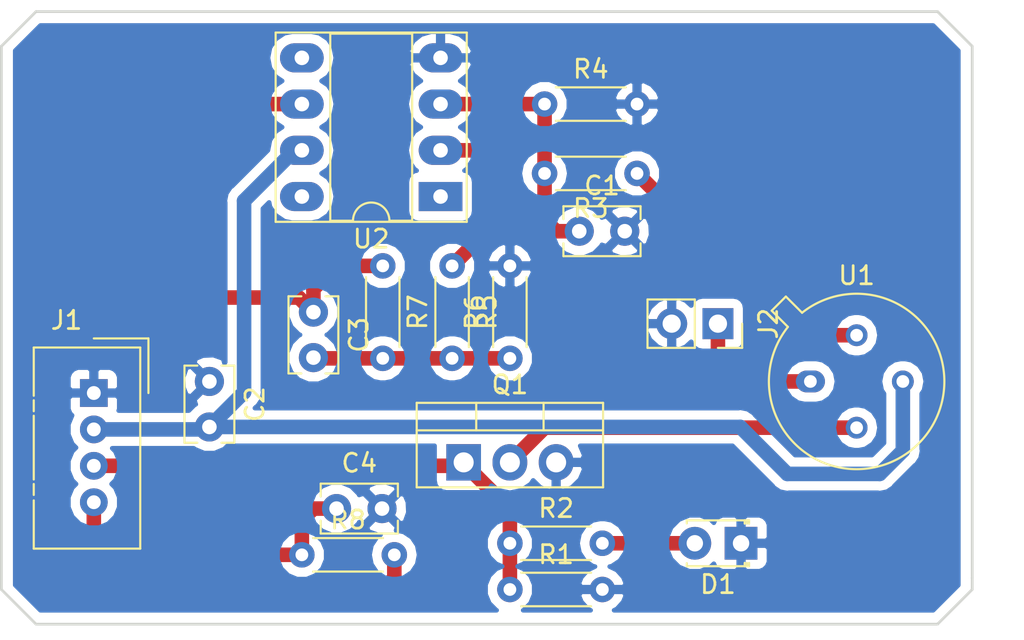
<source format=kicad_pcb>
(kicad_pcb (version 20171130) (host pcbnew "(5.0.1)-rc2")

  (general
    (thickness 1.6)
    (drawings 9)
    (tracks 59)
    (zones 0)
    (modules 18)
    (nets 16)
  )

  (page A4)
  (layers
    (0 F.Cu signal)
    (31 B.Cu signal)
    (32 B.Adhes user)
    (33 F.Adhes user)
    (34 B.Paste user)
    (35 F.Paste user)
    (36 B.SilkS user)
    (37 F.SilkS user)
    (38 B.Mask user)
    (39 F.Mask user)
    (40 Dwgs.User user)
    (41 Cmts.User user)
    (42 Eco1.User user)
    (43 Eco2.User user)
    (44 Edge.Cuts user)
    (45 Margin user)
    (46 B.CrtYd user)
    (47 F.CrtYd user)
    (48 B.Fab user)
    (49 F.Fab user)
  )

  (setup
    (last_trace_width 0.8)
    (trace_clearance 0.3)
    (zone_clearance 0.508)
    (zone_45_only no)
    (trace_min 0.2)
    (segment_width 0.2)
    (edge_width 0.15)
    (via_size 0.8)
    (via_drill 0.4)
    (via_min_size 0.4)
    (via_min_drill 0.3)
    (uvia_size 0.3)
    (uvia_drill 0.1)
    (uvias_allowed no)
    (uvia_min_size 0.2)
    (uvia_min_drill 0.1)
    (pcb_text_width 0.3)
    (pcb_text_size 1.5 1.5)
    (mod_edge_width 0.15)
    (mod_text_size 1 1)
    (mod_text_width 0.15)
    (pad_size 1.524 1.524)
    (pad_drill 0.762)
    (pad_to_mask_clearance 0.051)
    (solder_mask_min_width 0.25)
    (aux_axis_origin 0 0)
    (visible_elements 7FFFFFFF)
    (pcbplotparams
      (layerselection 0x010fc_ffffffff)
      (usegerberextensions false)
      (usegerberattributes false)
      (usegerberadvancedattributes false)
      (creategerberjobfile false)
      (excludeedgelayer true)
      (linewidth 0.100000)
      (plotframeref false)
      (viasonmask false)
      (mode 1)
      (useauxorigin false)
      (hpglpennumber 1)
      (hpglpenspeed 20)
      (hpglpendiameter 15.000000)
      (psnegative false)
      (psa4output false)
      (plotreference true)
      (plotvalue true)
      (plotinvisibletext false)
      (padsonsilk false)
      (subtractmaskfromsilk false)
      (outputformat 1)
      (mirror false)
      (drillshape 1)
      (scaleselection 1)
      (outputdirectory ""))
  )

  (net 0 "")
  (net 1 "Net-(C1-Pad1)")
  (net 2 GND)
  (net 3 /5V)
  (net 4 "Net-(C3-Pad2)")
  (net 5 "Net-(C3-Pad1)")
  (net 6 /Out)
  (net 7 "Net-(D1-Pad2)")
  (net 8 /reset)
  (net 9 "Net-(J2-Pad1)")
  (net 10 "Net-(Q1-Pad2)")
  (net 11 "Net-(R3-Pad1)")
  (net 12 "Net-(R5-Pad1)")
  (net 13 "Net-(U2-Pad1)")
  (net 14 "Net-(U2-Pad5)")
  (net 15 "Net-(U2-Pad8)")

  (net_class Default "Ceci est la Netclass par défaut."
    (clearance 0.3)
    (trace_width 0.8)
    (via_dia 0.8)
    (via_drill 0.4)
    (uvia_dia 0.3)
    (uvia_drill 0.1)
    (add_net /5V)
    (add_net /Out)
    (add_net /reset)
    (add_net GND)
    (add_net "Net-(C1-Pad1)")
    (add_net "Net-(C3-Pad1)")
    (add_net "Net-(C3-Pad2)")
    (add_net "Net-(D1-Pad2)")
    (add_net "Net-(J2-Pad1)")
    (add_net "Net-(Q1-Pad2)")
    (add_net "Net-(R3-Pad1)")
    (add_net "Net-(R5-Pad1)")
    (add_net "Net-(U2-Pad1)")
    (add_net "Net-(U2-Pad5)")
    (add_net "Net-(U2-Pad8)")
  )

  (module Capacitor_THT:C_Rect_L4.0mm_W2.5mm_P2.50mm (layer F.Cu) (tedit 5AE50EF0) (tstamp 5BEDCB59)
    (at 97.155 74.93)
    (descr "C, Rect series, Radial, pin pitch=2.50mm, , length*width=4*2.5mm^2, Capacitor")
    (tags "C Rect series Radial pin pitch 2.50mm  length 4mm width 2.5mm Capacitor")
    (path /5BE1529A)
    (fp_text reference C1 (at 1.25 -2.5) (layer F.SilkS)
      (effects (font (size 1 1) (thickness 0.15)))
    )
    (fp_text value 100n (at 1.25 2.5) (layer F.Fab)
      (effects (font (size 1 1) (thickness 0.15)))
    )
    (fp_line (start -0.75 -1.25) (end -0.75 1.25) (layer F.Fab) (width 0.1))
    (fp_line (start -0.75 1.25) (end 3.25 1.25) (layer F.Fab) (width 0.1))
    (fp_line (start 3.25 1.25) (end 3.25 -1.25) (layer F.Fab) (width 0.1))
    (fp_line (start 3.25 -1.25) (end -0.75 -1.25) (layer F.Fab) (width 0.1))
    (fp_line (start -0.87 -1.37) (end 3.37 -1.37) (layer F.SilkS) (width 0.12))
    (fp_line (start -0.87 1.37) (end 3.37 1.37) (layer F.SilkS) (width 0.12))
    (fp_line (start -0.87 -1.37) (end -0.87 -0.665) (layer F.SilkS) (width 0.12))
    (fp_line (start -0.87 0.665) (end -0.87 1.37) (layer F.SilkS) (width 0.12))
    (fp_line (start 3.37 -1.37) (end 3.37 -0.665) (layer F.SilkS) (width 0.12))
    (fp_line (start 3.37 0.665) (end 3.37 1.37) (layer F.SilkS) (width 0.12))
    (fp_line (start -1.05 -1.5) (end -1.05 1.5) (layer F.CrtYd) (width 0.05))
    (fp_line (start -1.05 1.5) (end 3.55 1.5) (layer F.CrtYd) (width 0.05))
    (fp_line (start 3.55 1.5) (end 3.55 -1.5) (layer F.CrtYd) (width 0.05))
    (fp_line (start 3.55 -1.5) (end -1.05 -1.5) (layer F.CrtYd) (width 0.05))
    (fp_text user %R (at 1.25 -0.635) (layer F.Fab)
      (effects (font (size 0.8 0.8) (thickness 0.12)))
    )
    (pad 1 thru_hole circle (at 0 0) (size 1.6 1.6) (drill 0.8) (layers *.Cu *.Mask)
      (net 1 "Net-(C1-Pad1)"))
    (pad 2 thru_hole circle (at 2.5 0) (size 1.6 1.6) (drill 0.8) (layers *.Cu *.Mask)
      (net 2 GND))
    (model ${KISYS3DMOD}/Capacitor_THT.3dshapes/C_Rect_L4.0mm_W2.5mm_P2.50mm.wrl
      (at (xyz 0 0 0))
      (scale (xyz 1 1 1))
      (rotate (xyz 0 0 0))
    )
  )

  (module Capacitor_THT:C_Rect_L4.0mm_W2.5mm_P2.50mm (layer F.Cu) (tedit 5AE50EF0) (tstamp 5BEDCB6E)
    (at 76.835 83.185 270)
    (descr "C, Rect series, Radial, pin pitch=2.50mm, , length*width=4*2.5mm^2, Capacitor")
    (tags "C Rect series Radial pin pitch 2.50mm  length 4mm width 2.5mm Capacitor")
    (path /5BE16F59)
    (fp_text reference C2 (at 1.25 -2.5 270) (layer F.SilkS)
      (effects (font (size 1 1) (thickness 0.15)))
    )
    (fp_text value C (at 1.25 2.5 270) (layer F.Fab)
      (effects (font (size 1 1) (thickness 0.15)))
    )
    (fp_line (start -0.75 -1.25) (end -0.75 1.25) (layer F.Fab) (width 0.1))
    (fp_line (start -0.75 1.25) (end 3.25 1.25) (layer F.Fab) (width 0.1))
    (fp_line (start 3.25 1.25) (end 3.25 -1.25) (layer F.Fab) (width 0.1))
    (fp_line (start 3.25 -1.25) (end -0.75 -1.25) (layer F.Fab) (width 0.1))
    (fp_line (start -0.87 -1.37) (end 3.37 -1.37) (layer F.SilkS) (width 0.12))
    (fp_line (start -0.87 1.37) (end 3.37 1.37) (layer F.SilkS) (width 0.12))
    (fp_line (start -0.87 -1.37) (end -0.87 -0.665) (layer F.SilkS) (width 0.12))
    (fp_line (start -0.87 0.665) (end -0.87 1.37) (layer F.SilkS) (width 0.12))
    (fp_line (start 3.37 -1.37) (end 3.37 -0.665) (layer F.SilkS) (width 0.12))
    (fp_line (start 3.37 0.665) (end 3.37 1.37) (layer F.SilkS) (width 0.12))
    (fp_line (start -1.05 -1.5) (end -1.05 1.5) (layer F.CrtYd) (width 0.05))
    (fp_line (start -1.05 1.5) (end 3.55 1.5) (layer F.CrtYd) (width 0.05))
    (fp_line (start 3.55 1.5) (end 3.55 -1.5) (layer F.CrtYd) (width 0.05))
    (fp_line (start 3.55 -1.5) (end -1.05 -1.5) (layer F.CrtYd) (width 0.05))
    (fp_text user %R (at 1.25 0 270) (layer F.Fab)
      (effects (font (size 0.8 0.8) (thickness 0.12)))
    )
    (pad 1 thru_hole circle (at 0 0 270) (size 1.6 1.6) (drill 0.8) (layers *.Cu *.Mask)
      (net 2 GND))
    (pad 2 thru_hole circle (at 2.5 0 270) (size 1.6 1.6) (drill 0.8) (layers *.Cu *.Mask)
      (net 3 /5V))
    (model ${KISYS3DMOD}/Capacitor_THT.3dshapes/C_Rect_L4.0mm_W2.5mm_P2.50mm.wrl
      (at (xyz 0 0 0))
      (scale (xyz 1 1 1))
      (rotate (xyz 0 0 0))
    )
  )

  (module Capacitor_THT:C_Rect_L4.0mm_W2.5mm_P2.50mm (layer F.Cu) (tedit 5AE50EF0) (tstamp 5BEDCB83)
    (at 82.55 79.375 270)
    (descr "C, Rect series, Radial, pin pitch=2.50mm, , length*width=4*2.5mm^2, Capacitor")
    (tags "C Rect series Radial pin pitch 2.50mm  length 4mm width 2.5mm Capacitor")
    (path /5BE1822B)
    (fp_text reference C3 (at 1.25 -2.5 270) (layer F.SilkS)
      (effects (font (size 1 1) (thickness 0.15)))
    )
    (fp_text value 1u (at 1.25 2.5 270) (layer F.Fab)
      (effects (font (size 1 1) (thickness 0.15)))
    )
    (fp_text user %R (at 1.25 0 270) (layer F.Fab)
      (effects (font (size 0.8 0.8) (thickness 0.12)))
    )
    (fp_line (start 3.55 -1.5) (end -1.05 -1.5) (layer F.CrtYd) (width 0.05))
    (fp_line (start 3.55 1.5) (end 3.55 -1.5) (layer F.CrtYd) (width 0.05))
    (fp_line (start -1.05 1.5) (end 3.55 1.5) (layer F.CrtYd) (width 0.05))
    (fp_line (start -1.05 -1.5) (end -1.05 1.5) (layer F.CrtYd) (width 0.05))
    (fp_line (start 3.37 0.665) (end 3.37 1.37) (layer F.SilkS) (width 0.12))
    (fp_line (start 3.37 -1.37) (end 3.37 -0.665) (layer F.SilkS) (width 0.12))
    (fp_line (start -0.87 0.665) (end -0.87 1.37) (layer F.SilkS) (width 0.12))
    (fp_line (start -0.87 -1.37) (end -0.87 -0.665) (layer F.SilkS) (width 0.12))
    (fp_line (start -0.87 1.37) (end 3.37 1.37) (layer F.SilkS) (width 0.12))
    (fp_line (start -0.87 -1.37) (end 3.37 -1.37) (layer F.SilkS) (width 0.12))
    (fp_line (start 3.25 -1.25) (end -0.75 -1.25) (layer F.Fab) (width 0.1))
    (fp_line (start 3.25 1.25) (end 3.25 -1.25) (layer F.Fab) (width 0.1))
    (fp_line (start -0.75 1.25) (end 3.25 1.25) (layer F.Fab) (width 0.1))
    (fp_line (start -0.75 -1.25) (end -0.75 1.25) (layer F.Fab) (width 0.1))
    (pad 2 thru_hole circle (at 2.5 0 270) (size 1.6 1.6) (drill 0.8) (layers *.Cu *.Mask)
      (net 4 "Net-(C3-Pad2)"))
    (pad 1 thru_hole circle (at 0 0 270) (size 1.6 1.6) (drill 0.8) (layers *.Cu *.Mask)
      (net 5 "Net-(C3-Pad1)"))
    (model ${KISYS3DMOD}/Capacitor_THT.3dshapes/C_Rect_L4.0mm_W2.5mm_P2.50mm.wrl
      (at (xyz 0 0 0))
      (scale (xyz 1 1 1))
      (rotate (xyz 0 0 0))
    )
  )

  (module Capacitor_THT:C_Rect_L4.0mm_W2.5mm_P2.50mm (layer F.Cu) (tedit 5AE50EF0) (tstamp 5BEDCB98)
    (at 83.82 90.17)
    (descr "C, Rect series, Radial, pin pitch=2.50mm, , length*width=4*2.5mm^2, Capacitor")
    (tags "C Rect series Radial pin pitch 2.50mm  length 4mm width 2.5mm Capacitor")
    (path /5BE18674)
    (fp_text reference C4 (at 1.25 -2.5) (layer F.SilkS)
      (effects (font (size 1 1) (thickness 0.15)))
    )
    (fp_text value 100n (at 1.25 2.5) (layer F.Fab)
      (effects (font (size 1 1) (thickness 0.15)))
    )
    (fp_text user %R (at 1.25 0) (layer F.Fab)
      (effects (font (size 0.8 0.8) (thickness 0.12)))
    )
    (fp_line (start 3.55 -1.5) (end -1.05 -1.5) (layer F.CrtYd) (width 0.05))
    (fp_line (start 3.55 1.5) (end 3.55 -1.5) (layer F.CrtYd) (width 0.05))
    (fp_line (start -1.05 1.5) (end 3.55 1.5) (layer F.CrtYd) (width 0.05))
    (fp_line (start -1.05 -1.5) (end -1.05 1.5) (layer F.CrtYd) (width 0.05))
    (fp_line (start 3.37 0.665) (end 3.37 1.37) (layer F.SilkS) (width 0.12))
    (fp_line (start 3.37 -1.37) (end 3.37 -0.665) (layer F.SilkS) (width 0.12))
    (fp_line (start -0.87 0.665) (end -0.87 1.37) (layer F.SilkS) (width 0.12))
    (fp_line (start -0.87 -1.37) (end -0.87 -0.665) (layer F.SilkS) (width 0.12))
    (fp_line (start -0.87 1.37) (end 3.37 1.37) (layer F.SilkS) (width 0.12))
    (fp_line (start -0.87 -1.37) (end 3.37 -1.37) (layer F.SilkS) (width 0.12))
    (fp_line (start 3.25 -1.25) (end -0.75 -1.25) (layer F.Fab) (width 0.1))
    (fp_line (start 3.25 1.25) (end 3.25 -1.25) (layer F.Fab) (width 0.1))
    (fp_line (start -0.75 1.25) (end 3.25 1.25) (layer F.Fab) (width 0.1))
    (fp_line (start -0.75 -1.25) (end -0.75 1.25) (layer F.Fab) (width 0.1))
    (pad 2 thru_hole circle (at 2.5 0) (size 1.6 1.6) (drill 0.8) (layers *.Cu *.Mask)
      (net 2 GND))
    (pad 1 thru_hole circle (at 0 0) (size 1.6 1.6) (drill 0.8) (layers *.Cu *.Mask)
      (net 6 /Out))
    (model ${KISYS3DMOD}/Capacitor_THT.3dshapes/C_Rect_L4.0mm_W2.5mm_P2.50mm.wrl
      (at (xyz 0 0 0))
      (scale (xyz 1 1 1))
      (rotate (xyz 0 0 0))
    )
  )

  (module LED_THT:LED_D1.8mm_W3.3mm_H2.4mm (layer F.Cu) (tedit 5880A862) (tstamp 5BEDCBB1)
    (at 106.045 92.075 180)
    (descr "LED, Round,  Rectangular size 3.3x2.4mm^2 diameter 1.8mm, 2 pins")
    (tags "LED Round  Rectangular size 3.3x2.4mm^2 diameter 1.8mm 2 pins")
    (path /5BE1459C)
    (fp_text reference D1 (at 1.27 -2.26 180) (layer F.SilkS)
      (effects (font (size 1 1) (thickness 0.15)))
    )
    (fp_text value LED (at 1.27 2.26 180) (layer F.Fab)
      (effects (font (size 1 1) (thickness 0.15)))
    )
    (fp_circle (center 1.27 0) (end 2.17 0) (layer F.Fab) (width 0.1))
    (fp_line (start -0.38 -1.2) (end -0.38 1.2) (layer F.Fab) (width 0.1))
    (fp_line (start -0.38 1.2) (end 2.92 1.2) (layer F.Fab) (width 0.1))
    (fp_line (start 2.92 1.2) (end 2.92 -1.2) (layer F.Fab) (width 0.1))
    (fp_line (start 2.92 -1.2) (end -0.38 -1.2) (layer F.Fab) (width 0.1))
    (fp_line (start -0.44 -1.26) (end 2.98 -1.26) (layer F.SilkS) (width 0.12))
    (fp_line (start -0.44 1.26) (end 2.98 1.26) (layer F.SilkS) (width 0.12))
    (fp_line (start -0.44 -1.26) (end -0.44 -1.08) (layer F.SilkS) (width 0.12))
    (fp_line (start -0.44 1.08) (end -0.44 1.26) (layer F.SilkS) (width 0.12))
    (fp_line (start 2.98 -1.26) (end 2.98 -1.095) (layer F.SilkS) (width 0.12))
    (fp_line (start 2.98 1.095) (end 2.98 1.26) (layer F.SilkS) (width 0.12))
    (fp_line (start -0.32 -1.26) (end -0.32 -1.08) (layer F.SilkS) (width 0.12))
    (fp_line (start -0.32 1.08) (end -0.32 1.26) (layer F.SilkS) (width 0.12))
    (fp_line (start -0.2 -1.26) (end -0.2 -1.08) (layer F.SilkS) (width 0.12))
    (fp_line (start -0.2 1.08) (end -0.2 1.26) (layer F.SilkS) (width 0.12))
    (fp_line (start -1.15 -1.55) (end -1.15 1.55) (layer F.CrtYd) (width 0.05))
    (fp_line (start -1.15 1.55) (end 3.7 1.55) (layer F.CrtYd) (width 0.05))
    (fp_line (start 3.7 1.55) (end 3.7 -1.55) (layer F.CrtYd) (width 0.05))
    (fp_line (start 3.7 -1.55) (end -1.15 -1.55) (layer F.CrtYd) (width 0.05))
    (pad 1 thru_hole rect (at 0 0 180) (size 1.8 1.8) (drill 0.9) (layers *.Cu *.Mask)
      (net 2 GND))
    (pad 2 thru_hole circle (at 2.54 0 180) (size 1.8 1.8) (drill 0.9) (layers *.Cu *.Mask)
      (net 7 "Net-(D1-Pad2)"))
    (model ${KISYS3DMOD}/LED_THT.3dshapes/LED_D1.8mm_W3.3mm_H2.4mm.wrl
      (at (xyz 0 0 0))
      (scale (xyz 1 1 1))
      (rotate (xyz 0 0 0))
    )
  )

  (module Connector:NS-Tech_Grove_1x04_P2mm_Vertical (layer F.Cu) (tedit 5A2A5779) (tstamp 5BEDCBCE)
    (at 70.485 83.82)
    (descr https://statics3.seeedstudio.com/images/opl/datasheet/3470130P1.pdf)
    (tags Grove-1x04)
    (path /5BE28B85)
    (fp_text reference J1 (at -1.5 -4) (layer F.SilkS)
      (effects (font (size 1 1) (thickness 0.15)))
    )
    (fp_text value Conn_01x04_Male (at 4.19 2.83 90) (layer F.Fab)
      (effects (font (size 1 1) (thickness 0.15)))
    )
    (fp_text user %R (at -2 2 90) (layer F.Fab)
      (effects (font (size 1 1) (thickness 0.15)))
    )
    (fp_line (start 0.9 0) (end 2.2 1) (layer F.Fab) (width 0.1))
    (fp_line (start 2.2 -1) (end 0.9 0) (layer F.Fab) (width 0.1))
    (fp_line (start 3 -3) (end 3 0) (layer F.SilkS) (width 0.12))
    (fp_line (start 0 -3) (end 3 -3) (layer F.SilkS) (width 0.12))
    (fp_line (start -3.45 -2.65) (end -3.45 8.7) (layer F.CrtYd) (width 0.05))
    (fp_line (start -3.45 8.7) (end 2.7 8.7) (layer F.CrtYd) (width 0.05))
    (fp_line (start 2.7 8.7) (end 2.7 -2.65) (layer F.CrtYd) (width 0.05))
    (fp_line (start -3.45 -2.65) (end 2.7 -2.65) (layer F.CrtYd) (width 0.05))
    (fp_line (start -3.3 5) (end -3.3 5.6) (layer F.SilkS) (width 0.12))
    (fp_line (start -3.3 0.4) (end -3.3 1) (layer F.SilkS) (width 0.12))
    (fp_line (start 2.55 -2.5) (end 2.55 8.55) (layer F.SilkS) (width 0.12))
    (fp_line (start -3.3 -2.5) (end 2.55 -2.5) (layer F.SilkS) (width 0.12))
    (fp_line (start -3.3 1.25) (end -3.3 4.75) (layer F.SilkS) (width 0.12))
    (fp_line (start -3.3 8.55) (end 2.55 8.55) (layer F.SilkS) (width 0.12))
    (fp_line (start -3.3 -2.5) (end -3.3 0.15) (layer F.SilkS) (width 0.12))
    (fp_line (start -3.3 5.9) (end -3.3 8.55) (layer F.SilkS) (width 0.12))
    (fp_line (start -2.9 -2.1) (end 2.2 -2.1) (layer F.Fab) (width 0.1))
    (fp_line (start 2.2 -2.1) (end 2.2 8.1) (layer F.Fab) (width 0.1))
    (fp_line (start 2.2 8.1) (end -2.9 8.1) (layer F.Fab) (width 0.1))
    (fp_line (start -2.9 8.1) (end -2.9 -2.1) (layer F.Fab) (width 0.1))
    (pad 1 thru_hole rect (at 0 0) (size 1.524 1.524) (drill 0.762) (layers *.Cu *.Mask)
      (net 2 GND))
    (pad 2 thru_hole circle (at 0 2) (size 1.524 1.524) (drill 0.762) (layers *.Cu *.Mask)
      (net 3 /5V))
    (pad 3 thru_hole circle (at 0 4) (size 1.524 1.524) (drill 0.762) (layers *.Cu *.Mask)
      (net 8 /reset))
    (pad 4 thru_hole circle (at 0 6) (size 1.524 1.524) (drill 0.762) (layers *.Cu *.Mask)
      (net 6 /Out))
    (model ${KISYS3DMOD}/Connector.3dshapes/NS-Tech_Grove_1x04_P2mm_Vertical.wrl
      (at (xyz 0 0 0))
      (scale (xyz 0.3937 0.3937 0.3937))
      (rotate (xyz 0 0 -90))
    )
  )

  (module Connector_PinSocket_2.54mm:PinSocket_1x02_P2.54mm_Vertical (layer F.Cu) (tedit 5A19A420) (tstamp 5BEDCBE4)
    (at 104.775 80.01 270)
    (descr "Through hole straight socket strip, 1x02, 2.54mm pitch, single row (from Kicad 4.0.7), script generated")
    (tags "Through hole socket strip THT 1x02 2.54mm single row")
    (path /5BE15C49)
    (fp_text reference J2 (at 0 -2.77 270) (layer F.SilkS)
      (effects (font (size 1 1) (thickness 0.15)))
    )
    (fp_text value "entrée alim 12V" (at 0 5.31 270) (layer F.Fab)
      (effects (font (size 1 1) (thickness 0.15)))
    )
    (fp_line (start -1.27 -1.27) (end 0.635 -1.27) (layer F.Fab) (width 0.1))
    (fp_line (start 0.635 -1.27) (end 1.27 -0.635) (layer F.Fab) (width 0.1))
    (fp_line (start 1.27 -0.635) (end 1.27 3.81) (layer F.Fab) (width 0.1))
    (fp_line (start 1.27 3.81) (end -1.27 3.81) (layer F.Fab) (width 0.1))
    (fp_line (start -1.27 3.81) (end -1.27 -1.27) (layer F.Fab) (width 0.1))
    (fp_line (start -1.33 1.27) (end 1.33 1.27) (layer F.SilkS) (width 0.12))
    (fp_line (start -1.33 1.27) (end -1.33 3.87) (layer F.SilkS) (width 0.12))
    (fp_line (start -1.33 3.87) (end 1.33 3.87) (layer F.SilkS) (width 0.12))
    (fp_line (start 1.33 1.27) (end 1.33 3.87) (layer F.SilkS) (width 0.12))
    (fp_line (start 1.33 -1.33) (end 1.33 0) (layer F.SilkS) (width 0.12))
    (fp_line (start 0 -1.33) (end 1.33 -1.33) (layer F.SilkS) (width 0.12))
    (fp_line (start -1.8 -1.8) (end 1.75 -1.8) (layer F.CrtYd) (width 0.05))
    (fp_line (start 1.75 -1.8) (end 1.75 4.3) (layer F.CrtYd) (width 0.05))
    (fp_line (start 1.75 4.3) (end -1.8 4.3) (layer F.CrtYd) (width 0.05))
    (fp_line (start -1.8 4.3) (end -1.8 -1.8) (layer F.CrtYd) (width 0.05))
    (fp_text user %R (at 0 1.27) (layer F.Fab)
      (effects (font (size 1 1) (thickness 0.15)))
    )
    (pad 1 thru_hole rect (at 0 0 270) (size 1.7 1.7) (drill 1) (layers *.Cu *.Mask)
      (net 9 "Net-(J2-Pad1)"))
    (pad 2 thru_hole oval (at 0 2.54 270) (size 1.7 1.7) (drill 1) (layers *.Cu *.Mask)
      (net 2 GND))
    (model ${KISYS3DMOD}/Connector_PinSocket_2.54mm.3dshapes/PinSocket_1x02_P2.54mm_Vertical.wrl
      (at (xyz 0 0 0))
      (scale (xyz 1 1 1))
      (rotate (xyz 0 0 0))
    )
  )

  (module Package_TO_SOT_THT:TO-220-3_Vertical (layer F.Cu) (tedit 5AC8BA0D) (tstamp 5BEDCBFE)
    (at 90.805 87.63)
    (descr "TO-220-3, Vertical, RM 2.54mm, see https://www.vishay.com/docs/66542/to-220-1.pdf")
    (tags "TO-220-3 Vertical RM 2.54mm")
    (path /5BE14A2B)
    (fp_text reference Q1 (at 2.54 -4.27) (layer F.SilkS)
      (effects (font (size 1 1) (thickness 0.15)))
    )
    (fp_text value IRF540N (at 2.54 2.5) (layer F.Fab)
      (effects (font (size 1 1) (thickness 0.15)))
    )
    (fp_line (start -2.46 -3.15) (end -2.46 1.25) (layer F.Fab) (width 0.1))
    (fp_line (start -2.46 1.25) (end 7.54 1.25) (layer F.Fab) (width 0.1))
    (fp_line (start 7.54 1.25) (end 7.54 -3.15) (layer F.Fab) (width 0.1))
    (fp_line (start 7.54 -3.15) (end -2.46 -3.15) (layer F.Fab) (width 0.1))
    (fp_line (start -2.46 -1.88) (end 7.54 -1.88) (layer F.Fab) (width 0.1))
    (fp_line (start 0.69 -3.15) (end 0.69 -1.88) (layer F.Fab) (width 0.1))
    (fp_line (start 4.39 -3.15) (end 4.39 -1.88) (layer F.Fab) (width 0.1))
    (fp_line (start -2.58 -3.27) (end 7.66 -3.27) (layer F.SilkS) (width 0.12))
    (fp_line (start -2.58 1.371) (end 7.66 1.371) (layer F.SilkS) (width 0.12))
    (fp_line (start -2.58 -3.27) (end -2.58 1.371) (layer F.SilkS) (width 0.12))
    (fp_line (start 7.66 -3.27) (end 7.66 1.371) (layer F.SilkS) (width 0.12))
    (fp_line (start -2.58 -1.76) (end 7.66 -1.76) (layer F.SilkS) (width 0.12))
    (fp_line (start 0.69 -3.27) (end 0.69 -1.76) (layer F.SilkS) (width 0.12))
    (fp_line (start 4.391 -3.27) (end 4.391 -1.76) (layer F.SilkS) (width 0.12))
    (fp_line (start -2.71 -3.4) (end -2.71 1.51) (layer F.CrtYd) (width 0.05))
    (fp_line (start -2.71 1.51) (end 7.79 1.51) (layer F.CrtYd) (width 0.05))
    (fp_line (start 7.79 1.51) (end 7.79 -3.4) (layer F.CrtYd) (width 0.05))
    (fp_line (start 7.79 -3.4) (end -2.71 -3.4) (layer F.CrtYd) (width 0.05))
    (fp_text user %R (at 2.54 -4.27) (layer F.Fab)
      (effects (font (size 1 1) (thickness 0.15)))
    )
    (pad 1 thru_hole rect (at 0 0) (size 1.905 2) (drill 1.1) (layers *.Cu *.Mask)
      (net 8 /reset))
    (pad 2 thru_hole oval (at 2.54 0) (size 1.905 2) (drill 1.1) (layers *.Cu *.Mask)
      (net 10 "Net-(Q1-Pad2)"))
    (pad 3 thru_hole oval (at 5.08 0) (size 1.905 2) (drill 1.1) (layers *.Cu *.Mask)
      (net 2 GND))
    (model ${KISYS3DMOD}/Package_TO_SOT_THT.3dshapes/TO-220-3_Vertical.wrl
      (at (xyz 0 0 0))
      (scale (xyz 1 1 1))
      (rotate (xyz 0 0 0))
    )
  )

  (module Resistor_THT:R_Axial_DIN0204_L3.6mm_D1.6mm_P5.08mm_Horizontal (layer F.Cu) (tedit 5AE5139B) (tstamp 5BEDCC11)
    (at 93.345 94.615)
    (descr "Resistor, Axial_DIN0204 series, Axial, Horizontal, pin pitch=5.08mm, 0.167W, length*diameter=3.6*1.6mm^2, http://cdn-reichelt.de/documents/datenblatt/B400/1_4W%23YAG.pdf")
    (tags "Resistor Axial_DIN0204 series Axial Horizontal pin pitch 5.08mm 0.167W length 3.6mm diameter 1.6mm")
    (path /5BE1450D)
    (fp_text reference R1 (at 2.54 -1.92) (layer F.SilkS)
      (effects (font (size 1 1) (thickness 0.15)))
    )
    (fp_text value 10K (at 2.54 1.92) (layer F.Fab)
      (effects (font (size 1 1) (thickness 0.15)))
    )
    (fp_line (start 0.74 -0.8) (end 0.74 0.8) (layer F.Fab) (width 0.1))
    (fp_line (start 0.74 0.8) (end 4.34 0.8) (layer F.Fab) (width 0.1))
    (fp_line (start 4.34 0.8) (end 4.34 -0.8) (layer F.Fab) (width 0.1))
    (fp_line (start 4.34 -0.8) (end 0.74 -0.8) (layer F.Fab) (width 0.1))
    (fp_line (start 0 0) (end 0.74 0) (layer F.Fab) (width 0.1))
    (fp_line (start 5.08 0) (end 4.34 0) (layer F.Fab) (width 0.1))
    (fp_line (start 0.62 -0.92) (end 4.46 -0.92) (layer F.SilkS) (width 0.12))
    (fp_line (start 0.62 0.92) (end 4.46 0.92) (layer F.SilkS) (width 0.12))
    (fp_line (start -0.95 -1.05) (end -0.95 1.05) (layer F.CrtYd) (width 0.05))
    (fp_line (start -0.95 1.05) (end 6.03 1.05) (layer F.CrtYd) (width 0.05))
    (fp_line (start 6.03 1.05) (end 6.03 -1.05) (layer F.CrtYd) (width 0.05))
    (fp_line (start 6.03 -1.05) (end -0.95 -1.05) (layer F.CrtYd) (width 0.05))
    (fp_text user %R (at 2.54 0) (layer F.Fab)
      (effects (font (size 0.72 0.72) (thickness 0.108)))
    )
    (pad 1 thru_hole circle (at 0 0) (size 1.4 1.4) (drill 0.7) (layers *.Cu *.Mask)
      (net 8 /reset))
    (pad 2 thru_hole oval (at 5.08 0) (size 1.4 1.4) (drill 0.7) (layers *.Cu *.Mask)
      (net 2 GND))
    (model ${KISYS3DMOD}/Resistor_THT.3dshapes/R_Axial_DIN0204_L3.6mm_D1.6mm_P5.08mm_Horizontal.wrl
      (at (xyz 0 0 0))
      (scale (xyz 1 1 1))
      (rotate (xyz 0 0 0))
    )
  )

  (module Resistor_THT:R_Axial_DIN0204_L3.6mm_D1.6mm_P5.08mm_Horizontal (layer F.Cu) (tedit 5AE5139B) (tstamp 5BEDCC24)
    (at 93.345 92.075)
    (descr "Resistor, Axial_DIN0204 series, Axial, Horizontal, pin pitch=5.08mm, 0.167W, length*diameter=3.6*1.6mm^2, http://cdn-reichelt.de/documents/datenblatt/B400/1_4W%23YAG.pdf")
    (tags "Resistor Axial_DIN0204 series Axial Horizontal pin pitch 5.08mm 0.167W length 3.6mm diameter 1.6mm")
    (path /5BE1454B)
    (fp_text reference R2 (at 2.54 -1.92) (layer F.SilkS)
      (effects (font (size 1 1) (thickness 0.15)))
    )
    (fp_text value 10K (at 2.54 1.92) (layer F.Fab)
      (effects (font (size 1 1) (thickness 0.15)))
    )
    (fp_text user %R (at 2.54 0) (layer F.Fab)
      (effects (font (size 0.72 0.72) (thickness 0.108)))
    )
    (fp_line (start 6.03 -1.05) (end -0.95 -1.05) (layer F.CrtYd) (width 0.05))
    (fp_line (start 6.03 1.05) (end 6.03 -1.05) (layer F.CrtYd) (width 0.05))
    (fp_line (start -0.95 1.05) (end 6.03 1.05) (layer F.CrtYd) (width 0.05))
    (fp_line (start -0.95 -1.05) (end -0.95 1.05) (layer F.CrtYd) (width 0.05))
    (fp_line (start 0.62 0.92) (end 4.46 0.92) (layer F.SilkS) (width 0.12))
    (fp_line (start 0.62 -0.92) (end 4.46 -0.92) (layer F.SilkS) (width 0.12))
    (fp_line (start 5.08 0) (end 4.34 0) (layer F.Fab) (width 0.1))
    (fp_line (start 0 0) (end 0.74 0) (layer F.Fab) (width 0.1))
    (fp_line (start 4.34 -0.8) (end 0.74 -0.8) (layer F.Fab) (width 0.1))
    (fp_line (start 4.34 0.8) (end 4.34 -0.8) (layer F.Fab) (width 0.1))
    (fp_line (start 0.74 0.8) (end 4.34 0.8) (layer F.Fab) (width 0.1))
    (fp_line (start 0.74 -0.8) (end 0.74 0.8) (layer F.Fab) (width 0.1))
    (pad 2 thru_hole oval (at 5.08 0) (size 1.4 1.4) (drill 0.7) (layers *.Cu *.Mask)
      (net 7 "Net-(D1-Pad2)"))
    (pad 1 thru_hole circle (at 0 0) (size 1.4 1.4) (drill 0.7) (layers *.Cu *.Mask)
      (net 8 /reset))
    (model ${KISYS3DMOD}/Resistor_THT.3dshapes/R_Axial_DIN0204_L3.6mm_D1.6mm_P5.08mm_Horizontal.wrl
      (at (xyz 0 0 0))
      (scale (xyz 1 1 1))
      (rotate (xyz 0 0 0))
    )
  )

  (module Resistor_THT:R_Axial_DIN0204_L3.6mm_D1.6mm_P5.08mm_Horizontal (layer F.Cu) (tedit 5AE5139B) (tstamp 5BEDCC37)
    (at 100.33 71.755 180)
    (descr "Resistor, Axial_DIN0204 series, Axial, Horizontal, pin pitch=5.08mm, 0.167W, length*diameter=3.6*1.6mm^2, http://cdn-reichelt.de/documents/datenblatt/B400/1_4W%23YAG.pdf")
    (tags "Resistor Axial_DIN0204 series Axial Horizontal pin pitch 5.08mm 0.167W length 3.6mm diameter 1.6mm")
    (path /5BE151A5)
    (fp_text reference R3 (at 2.54 -1.92 180) (layer F.SilkS)
      (effects (font (size 1 1) (thickness 0.15)))
    )
    (fp_text value 10K (at 2.54 1.92 180) (layer F.Fab)
      (effects (font (size 1 1) (thickness 0.15)))
    )
    (fp_line (start 0.74 -0.8) (end 0.74 0.8) (layer F.Fab) (width 0.1))
    (fp_line (start 0.74 0.8) (end 4.34 0.8) (layer F.Fab) (width 0.1))
    (fp_line (start 4.34 0.8) (end 4.34 -0.8) (layer F.Fab) (width 0.1))
    (fp_line (start 4.34 -0.8) (end 0.74 -0.8) (layer F.Fab) (width 0.1))
    (fp_line (start 0 0) (end 0.74 0) (layer F.Fab) (width 0.1))
    (fp_line (start 5.08 0) (end 4.34 0) (layer F.Fab) (width 0.1))
    (fp_line (start 0.62 -0.92) (end 4.46 -0.92) (layer F.SilkS) (width 0.12))
    (fp_line (start 0.62 0.92) (end 4.46 0.92) (layer F.SilkS) (width 0.12))
    (fp_line (start -0.95 -1.05) (end -0.95 1.05) (layer F.CrtYd) (width 0.05))
    (fp_line (start -0.95 1.05) (end 6.03 1.05) (layer F.CrtYd) (width 0.05))
    (fp_line (start 6.03 1.05) (end 6.03 -1.05) (layer F.CrtYd) (width 0.05))
    (fp_line (start 6.03 -1.05) (end -0.95 -1.05) (layer F.CrtYd) (width 0.05))
    (fp_text user %R (at 1.464998 -0.210002 180) (layer F.Fab)
      (effects (font (size 0.72 0.72) (thickness 0.108)))
    )
    (pad 1 thru_hole circle (at 0 0 180) (size 1.4 1.4) (drill 0.7) (layers *.Cu *.Mask)
      (net 11 "Net-(R3-Pad1)"))
    (pad 2 thru_hole oval (at 5.08 0 180) (size 1.4 1.4) (drill 0.7) (layers *.Cu *.Mask)
      (net 1 "Net-(C1-Pad1)"))
    (model ${KISYS3DMOD}/Resistor_THT.3dshapes/R_Axial_DIN0204_L3.6mm_D1.6mm_P5.08mm_Horizontal.wrl
      (at (xyz 0 0 0))
      (scale (xyz 1 1 1))
      (rotate (xyz 0 0 0))
    )
  )

  (module Resistor_THT:R_Axial_DIN0204_L3.6mm_D1.6mm_P5.08mm_Horizontal (layer F.Cu) (tedit 5AE5139B) (tstamp 5BEDCC4A)
    (at 95.25 67.945)
    (descr "Resistor, Axial_DIN0204 series, Axial, Horizontal, pin pitch=5.08mm, 0.167W, length*diameter=3.6*1.6mm^2, http://cdn-reichelt.de/documents/datenblatt/B400/1_4W%23YAG.pdf")
    (tags "Resistor Axial_DIN0204 series Axial Horizontal pin pitch 5.08mm 0.167W length 3.6mm diameter 1.6mm")
    (path /5BE15479)
    (fp_text reference R4 (at 2.54 -1.92) (layer F.SilkS)
      (effects (font (size 1 1) (thickness 0.15)))
    )
    (fp_text value 100K (at 2.54 1.92) (layer F.Fab)
      (effects (font (size 1 1) (thickness 0.15)))
    )
    (fp_line (start 0.74 -0.8) (end 0.74 0.8) (layer F.Fab) (width 0.1))
    (fp_line (start 0.74 0.8) (end 4.34 0.8) (layer F.Fab) (width 0.1))
    (fp_line (start 4.34 0.8) (end 4.34 -0.8) (layer F.Fab) (width 0.1))
    (fp_line (start 4.34 -0.8) (end 0.74 -0.8) (layer F.Fab) (width 0.1))
    (fp_line (start 0 0) (end 0.74 0) (layer F.Fab) (width 0.1))
    (fp_line (start 5.08 0) (end 4.34 0) (layer F.Fab) (width 0.1))
    (fp_line (start 0.62 -0.92) (end 4.46 -0.92) (layer F.SilkS) (width 0.12))
    (fp_line (start 0.62 0.92) (end 4.46 0.92) (layer F.SilkS) (width 0.12))
    (fp_line (start -0.95 -1.05) (end -0.95 1.05) (layer F.CrtYd) (width 0.05))
    (fp_line (start -0.95 1.05) (end 6.03 1.05) (layer F.CrtYd) (width 0.05))
    (fp_line (start 6.03 1.05) (end 6.03 -1.05) (layer F.CrtYd) (width 0.05))
    (fp_line (start 6.03 -1.05) (end -0.95 -1.05) (layer F.CrtYd) (width 0.05))
    (fp_text user %R (at 2.54 0) (layer F.Fab)
      (effects (font (size 0.72 0.72) (thickness 0.108)))
    )
    (pad 1 thru_hole circle (at 0 0) (size 1.4 1.4) (drill 0.7) (layers *.Cu *.Mask)
      (net 1 "Net-(C1-Pad1)"))
    (pad 2 thru_hole oval (at 5.08 0) (size 1.4 1.4) (drill 0.7) (layers *.Cu *.Mask)
      (net 2 GND))
    (model ${KISYS3DMOD}/Resistor_THT.3dshapes/R_Axial_DIN0204_L3.6mm_D1.6mm_P5.08mm_Horizontal.wrl
      (at (xyz 0 0 0))
      (scale (xyz 1 1 1))
      (rotate (xyz 0 0 0))
    )
  )

  (module Resistor_THT:R_Axial_DIN0204_L3.6mm_D1.6mm_P5.08mm_Horizontal (layer F.Cu) (tedit 5AE5139B) (tstamp 5BEDCC5D)
    (at 90.17 76.835 270)
    (descr "Resistor, Axial_DIN0204 series, Axial, Horizontal, pin pitch=5.08mm, 0.167W, length*diameter=3.6*1.6mm^2, http://cdn-reichelt.de/documents/datenblatt/B400/1_4W%23YAG.pdf")
    (tags "Resistor Axial_DIN0204 series Axial Horizontal pin pitch 5.08mm 0.167W length 3.6mm diameter 1.6mm")
    (path /5BE18175)
    (fp_text reference R5 (at 2.54 -1.92 270) (layer F.SilkS)
      (effects (font (size 1 1) (thickness 0.15)))
    )
    (fp_text value Rcal (at 2.54 1.92 270) (layer F.Fab)
      (effects (font (size 1 1) (thickness 0.15)))
    )
    (fp_text user %R (at 2.54 0 270) (layer F.Fab)
      (effects (font (size 0.72 0.72) (thickness 0.108)))
    )
    (fp_line (start 6.03 -1.05) (end -0.95 -1.05) (layer F.CrtYd) (width 0.05))
    (fp_line (start 6.03 1.05) (end 6.03 -1.05) (layer F.CrtYd) (width 0.05))
    (fp_line (start -0.95 1.05) (end 6.03 1.05) (layer F.CrtYd) (width 0.05))
    (fp_line (start -0.95 -1.05) (end -0.95 1.05) (layer F.CrtYd) (width 0.05))
    (fp_line (start 0.62 0.92) (end 4.46 0.92) (layer F.SilkS) (width 0.12))
    (fp_line (start 0.62 -0.92) (end 4.46 -0.92) (layer F.SilkS) (width 0.12))
    (fp_line (start 5.08 0) (end 4.34 0) (layer F.Fab) (width 0.1))
    (fp_line (start 0 0) (end 0.74 0) (layer F.Fab) (width 0.1))
    (fp_line (start 4.34 -0.8) (end 0.74 -0.8) (layer F.Fab) (width 0.1))
    (fp_line (start 4.34 0.8) (end 4.34 -0.8) (layer F.Fab) (width 0.1))
    (fp_line (start 0.74 0.8) (end 4.34 0.8) (layer F.Fab) (width 0.1))
    (fp_line (start 0.74 -0.8) (end 0.74 0.8) (layer F.Fab) (width 0.1))
    (pad 2 thru_hole oval (at 5.08 0 270) (size 1.4 1.4) (drill 0.7) (layers *.Cu *.Mask)
      (net 4 "Net-(C3-Pad2)"))
    (pad 1 thru_hole circle (at 0 0 270) (size 1.4 1.4) (drill 0.7) (layers *.Cu *.Mask)
      (net 12 "Net-(R5-Pad1)"))
    (model ${KISYS3DMOD}/Resistor_THT.3dshapes/R_Axial_DIN0204_L3.6mm_D1.6mm_P5.08mm_Horizontal.wrl
      (at (xyz 0 0 0))
      (scale (xyz 1 1 1))
      (rotate (xyz 0 0 0))
    )
  )

  (module Resistor_THT:R_Axial_DIN0204_L3.6mm_D1.6mm_P5.08mm_Horizontal (layer F.Cu) (tedit 5AE5139B) (tstamp 5BEDCC70)
    (at 93.345 81.915 90)
    (descr "Resistor, Axial_DIN0204 series, Axial, Horizontal, pin pitch=5.08mm, 0.167W, length*diameter=3.6*1.6mm^2, http://cdn-reichelt.de/documents/datenblatt/B400/1_4W%23YAG.pdf")
    (tags "Resistor Axial_DIN0204 series Axial Horizontal pin pitch 5.08mm 0.167W length 3.6mm diameter 1.6mm")
    (path /5BE181B9)
    (fp_text reference R6 (at 2.54 -1.92 90) (layer F.SilkS)
      (effects (font (size 1 1) (thickness 0.15)))
    )
    (fp_text value Rcal_bis (at 2.54 1.92 90) (layer F.Fab)
      (effects (font (size 1 1) (thickness 0.15)))
    )
    (fp_line (start 0.74 -0.8) (end 0.74 0.8) (layer F.Fab) (width 0.1))
    (fp_line (start 0.74 0.8) (end 4.34 0.8) (layer F.Fab) (width 0.1))
    (fp_line (start 4.34 0.8) (end 4.34 -0.8) (layer F.Fab) (width 0.1))
    (fp_line (start 4.34 -0.8) (end 0.74 -0.8) (layer F.Fab) (width 0.1))
    (fp_line (start 0 0) (end 0.74 0) (layer F.Fab) (width 0.1))
    (fp_line (start 5.08 0) (end 4.34 0) (layer F.Fab) (width 0.1))
    (fp_line (start 0.62 -0.92) (end 4.46 -0.92) (layer F.SilkS) (width 0.12))
    (fp_line (start 0.62 0.92) (end 4.46 0.92) (layer F.SilkS) (width 0.12))
    (fp_line (start -0.95 -1.05) (end -0.95 1.05) (layer F.CrtYd) (width 0.05))
    (fp_line (start -0.95 1.05) (end 6.03 1.05) (layer F.CrtYd) (width 0.05))
    (fp_line (start 6.03 1.05) (end 6.03 -1.05) (layer F.CrtYd) (width 0.05))
    (fp_line (start 6.03 -1.05) (end -0.95 -1.05) (layer F.CrtYd) (width 0.05))
    (fp_text user %R (at 2.54 0 90) (layer F.Fab)
      (effects (font (size 0.72 0.72) (thickness 0.108)))
    )
    (pad 1 thru_hole circle (at 0 0 90) (size 1.4 1.4) (drill 0.7) (layers *.Cu *.Mask)
      (net 4 "Net-(C3-Pad2)"))
    (pad 2 thru_hole oval (at 5.08 0 90) (size 1.4 1.4) (drill 0.7) (layers *.Cu *.Mask)
      (net 2 GND))
    (model ${KISYS3DMOD}/Resistor_THT.3dshapes/R_Axial_DIN0204_L3.6mm_D1.6mm_P5.08mm_Horizontal.wrl
      (at (xyz 0 0 0))
      (scale (xyz 1 1 1))
      (rotate (xyz 0 0 0))
    )
  )

  (module Resistor_THT:R_Axial_DIN0204_L3.6mm_D1.6mm_P5.08mm_Horizontal (layer F.Cu) (tedit 5AE5139B) (tstamp 5BEDCC83)
    (at 86.36 76.835 270)
    (descr "Resistor, Axial_DIN0204 series, Axial, Horizontal, pin pitch=5.08mm, 0.167W, length*diameter=3.6*1.6mm^2, http://cdn-reichelt.de/documents/datenblatt/B400/1_4W%23YAG.pdf")
    (tags "Resistor Axial_DIN0204 series Axial Horizontal pin pitch 5.08mm 0.167W length 3.6mm diameter 1.6mm")
    (path /5BE181EF)
    (fp_text reference R7 (at 2.54 -1.92 270) (layer F.SilkS)
      (effects (font (size 1 1) (thickness 0.15)))
    )
    (fp_text value 100k (at 2.54 1.92 270) (layer F.Fab)
      (effects (font (size 1 1) (thickness 0.15)))
    )
    (fp_text user %R (at 2.54 0 270) (layer F.Fab)
      (effects (font (size 0.72 0.72) (thickness 0.108)))
    )
    (fp_line (start 6.03 -1.05) (end -0.95 -1.05) (layer F.CrtYd) (width 0.05))
    (fp_line (start 6.03 1.05) (end 6.03 -1.05) (layer F.CrtYd) (width 0.05))
    (fp_line (start -0.95 1.05) (end 6.03 1.05) (layer F.CrtYd) (width 0.05))
    (fp_line (start -0.95 -1.05) (end -0.95 1.05) (layer F.CrtYd) (width 0.05))
    (fp_line (start 0.62 0.92) (end 4.46 0.92) (layer F.SilkS) (width 0.12))
    (fp_line (start 0.62 -0.92) (end 4.46 -0.92) (layer F.SilkS) (width 0.12))
    (fp_line (start 5.08 0) (end 4.34 0) (layer F.Fab) (width 0.1))
    (fp_line (start 0 0) (end 0.74 0) (layer F.Fab) (width 0.1))
    (fp_line (start 4.34 -0.8) (end 0.74 -0.8) (layer F.Fab) (width 0.1))
    (fp_line (start 4.34 0.8) (end 4.34 -0.8) (layer F.Fab) (width 0.1))
    (fp_line (start 0.74 0.8) (end 4.34 0.8) (layer F.Fab) (width 0.1))
    (fp_line (start 0.74 -0.8) (end 0.74 0.8) (layer F.Fab) (width 0.1))
    (pad 2 thru_hole oval (at 5.08 0 270) (size 1.4 1.4) (drill 0.7) (layers *.Cu *.Mask)
      (net 4 "Net-(C3-Pad2)"))
    (pad 1 thru_hole circle (at 0 0 270) (size 1.4 1.4) (drill 0.7) (layers *.Cu *.Mask)
      (net 5 "Net-(C3-Pad1)"))
    (model ${KISYS3DMOD}/Resistor_THT.3dshapes/R_Axial_DIN0204_L3.6mm_D1.6mm_P5.08mm_Horizontal.wrl
      (at (xyz 0 0 0))
      (scale (xyz 1 1 1))
      (rotate (xyz 0 0 0))
    )
  )

  (module Resistor_THT:R_Axial_DIN0204_L3.6mm_D1.6mm_P5.08mm_Horizontal (layer F.Cu) (tedit 5AE5139B) (tstamp 5BEDCC96)
    (at 81.915 92.71)
    (descr "Resistor, Axial_DIN0204 series, Axial, Horizontal, pin pitch=5.08mm, 0.167W, length*diameter=3.6*1.6mm^2, http://cdn-reichelt.de/documents/datenblatt/B400/1_4W%23YAG.pdf")
    (tags "Resistor Axial_DIN0204 series Axial Horizontal pin pitch 5.08mm 0.167W length 3.6mm diameter 1.6mm")
    (path /5BE1861A)
    (fp_text reference R8 (at 2.54 -1.92) (layer F.SilkS)
      (effects (font (size 1 1) (thickness 0.15)))
    )
    (fp_text value 1K (at 2.54 1.92) (layer F.Fab)
      (effects (font (size 1 1) (thickness 0.15)))
    )
    (fp_text user %R (at 2.54 0) (layer F.Fab)
      (effects (font (size 0.72 0.72) (thickness 0.108)))
    )
    (fp_line (start 6.03 -1.05) (end -0.95 -1.05) (layer F.CrtYd) (width 0.05))
    (fp_line (start 6.03 1.05) (end 6.03 -1.05) (layer F.CrtYd) (width 0.05))
    (fp_line (start -0.95 1.05) (end 6.03 1.05) (layer F.CrtYd) (width 0.05))
    (fp_line (start -0.95 -1.05) (end -0.95 1.05) (layer F.CrtYd) (width 0.05))
    (fp_line (start 0.62 0.92) (end 4.46 0.92) (layer F.SilkS) (width 0.12))
    (fp_line (start 0.62 -0.92) (end 4.46 -0.92) (layer F.SilkS) (width 0.12))
    (fp_line (start 5.08 0) (end 4.34 0) (layer F.Fab) (width 0.1))
    (fp_line (start 0 0) (end 0.74 0) (layer F.Fab) (width 0.1))
    (fp_line (start 4.34 -0.8) (end 0.74 -0.8) (layer F.Fab) (width 0.1))
    (fp_line (start 4.34 0.8) (end 4.34 -0.8) (layer F.Fab) (width 0.1))
    (fp_line (start 0.74 0.8) (end 4.34 0.8) (layer F.Fab) (width 0.1))
    (fp_line (start 0.74 -0.8) (end 0.74 0.8) (layer F.Fab) (width 0.1))
    (pad 2 thru_hole oval (at 5.08 0) (size 1.4 1.4) (drill 0.7) (layers *.Cu *.Mask)
      (net 5 "Net-(C3-Pad1)"))
    (pad 1 thru_hole circle (at 0 0) (size 1.4 1.4) (drill 0.7) (layers *.Cu *.Mask)
      (net 6 /Out))
    (model ${KISYS3DMOD}/Resistor_THT.3dshapes/R_Axial_DIN0204_L3.6mm_D1.6mm_P5.08mm_Horizontal.wrl
      (at (xyz 0 0 0))
      (scale (xyz 1 1 1))
      (rotate (xyz 0 0 0))
    )
  )

  (module Package_TO_SOT_THT:TO-5-4 (layer F.Cu) (tedit 5A02FF81) (tstamp 5BEDCCAC)
    (at 109.855 83.185)
    (descr TO-5-4)
    (tags TO-5-4)
    (path /5BE14C8C)
    (fp_text reference U1 (at 2.54 -5.82) (layer F.SilkS)
      (effects (font (size 1 1) (thickness 0.15)))
    )
    (fp_text value Capteur_TO-5-LTC1050 (at 2.54 5.82) (layer F.Fab)
      (effects (font (size 1 1) (thickness 0.15)))
    )
    (fp_text user %R (at 2.54 -5.82) (layer F.Fab)
      (effects (font (size 1 1) (thickness 0.15)))
    )
    (fp_line (start -0.465408 -3.61352) (end -1.27151 -4.419621) (layer F.Fab) (width 0.1))
    (fp_line (start -1.27151 -4.419621) (end -1.879621 -3.81151) (layer F.Fab) (width 0.1))
    (fp_line (start -1.879621 -3.81151) (end -1.07352 -3.005408) (layer F.Fab) (width 0.1))
    (fp_line (start -0.457084 -3.774902) (end -1.348039 -4.665856) (layer F.SilkS) (width 0.12))
    (fp_line (start -1.348039 -4.665856) (end -2.125856 -3.888039) (layer F.SilkS) (width 0.12))
    (fp_line (start -2.125856 -3.888039) (end -1.234902 -2.997084) (layer F.SilkS) (width 0.12))
    (fp_line (start -2.41 -4.95) (end -2.41 4.95) (layer F.CrtYd) (width 0.05))
    (fp_line (start -2.41 4.95) (end 7.49 4.95) (layer F.CrtYd) (width 0.05))
    (fp_line (start 7.49 4.95) (end 7.49 -4.95) (layer F.CrtYd) (width 0.05))
    (fp_line (start 7.49 -4.95) (end -2.41 -4.95) (layer F.CrtYd) (width 0.05))
    (fp_circle (center 2.54 0) (end 6.79 0) (layer F.Fab) (width 0.1))
    (fp_arc (start 2.54 0) (end -0.465408 -3.61352) (angle 349.5) (layer F.Fab) (width 0.1))
    (fp_arc (start 2.54 0) (end -0.457084 -3.774902) (angle 346.9) (layer F.SilkS) (width 0.12))
    (pad 1 thru_hole oval (at 0 0) (size 1.6 1.2) (drill 0.7) (layers *.Cu *.Mask)
      (net 9 "Net-(J2-Pad1)"))
    (pad 2 thru_hole oval (at 2.54 2.54) (size 1.2 1.2) (drill 0.7) (layers *.Cu *.Mask)
      (net 10 "Net-(Q1-Pad2)"))
    (pad 3 thru_hole oval (at 5.08 0) (size 1.2 1.2) (drill 0.7) (layers *.Cu *.Mask)
      (net 3 /5V))
    (pad 4 thru_hole oval (at 2.54 -2.54) (size 1.2 1.2) (drill 0.7) (layers *.Cu *.Mask)
      (net 11 "Net-(R3-Pad1)"))
    (model ${KISYS3DMOD}/Package_TO_SOT_THT.3dshapes/TO-5-4.wrl
      (at (xyz 0 0 0))
      (scale (xyz 1 1 1))
      (rotate (xyz 0 0 0))
    )
  )

  (module Package_DIP:DIP-8_W7.62mm_Socket_LongPads (layer F.Cu) (tedit 5A02E8C5) (tstamp 5BEDCCD0)
    (at 89.535 73.025 180)
    (descr "8-lead though-hole mounted DIP package, row spacing 7.62 mm (300 mils), Socket, LongPads")
    (tags "THT DIP DIL PDIP 2.54mm 7.62mm 300mil Socket LongPads")
    (path /5BE16371)
    (fp_text reference U2 (at 3.81 -2.33 180) (layer F.SilkS)
      (effects (font (size 1 1) (thickness 0.15)))
    )
    (fp_text value LTC1050-LTC1050 (at 3.81 9.95 180) (layer F.Fab)
      (effects (font (size 1 1) (thickness 0.15)))
    )
    (fp_arc (start 3.81 -1.33) (end 2.81 -1.33) (angle -180) (layer F.SilkS) (width 0.12))
    (fp_line (start 1.635 -1.27) (end 6.985 -1.27) (layer F.Fab) (width 0.1))
    (fp_line (start 6.985 -1.27) (end 6.985 8.89) (layer F.Fab) (width 0.1))
    (fp_line (start 6.985 8.89) (end 0.635 8.89) (layer F.Fab) (width 0.1))
    (fp_line (start 0.635 8.89) (end 0.635 -0.27) (layer F.Fab) (width 0.1))
    (fp_line (start 0.635 -0.27) (end 1.635 -1.27) (layer F.Fab) (width 0.1))
    (fp_line (start -1.27 -1.33) (end -1.27 8.95) (layer F.Fab) (width 0.1))
    (fp_line (start -1.27 8.95) (end 8.89 8.95) (layer F.Fab) (width 0.1))
    (fp_line (start 8.89 8.95) (end 8.89 -1.33) (layer F.Fab) (width 0.1))
    (fp_line (start 8.89 -1.33) (end -1.27 -1.33) (layer F.Fab) (width 0.1))
    (fp_line (start 2.81 -1.33) (end 1.56 -1.33) (layer F.SilkS) (width 0.12))
    (fp_line (start 1.56 -1.33) (end 1.56 8.95) (layer F.SilkS) (width 0.12))
    (fp_line (start 1.56 8.95) (end 6.06 8.95) (layer F.SilkS) (width 0.12))
    (fp_line (start 6.06 8.95) (end 6.06 -1.33) (layer F.SilkS) (width 0.12))
    (fp_line (start 6.06 -1.33) (end 4.81 -1.33) (layer F.SilkS) (width 0.12))
    (fp_line (start -1.44 -1.39) (end -1.44 9.01) (layer F.SilkS) (width 0.12))
    (fp_line (start -1.44 9.01) (end 9.06 9.01) (layer F.SilkS) (width 0.12))
    (fp_line (start 9.06 9.01) (end 9.06 -1.39) (layer F.SilkS) (width 0.12))
    (fp_line (start 9.06 -1.39) (end -1.44 -1.39) (layer F.SilkS) (width 0.12))
    (fp_line (start -1.55 -1.6) (end -1.55 9.2) (layer F.CrtYd) (width 0.05))
    (fp_line (start -1.55 9.2) (end 9.15 9.2) (layer F.CrtYd) (width 0.05))
    (fp_line (start 9.15 9.2) (end 9.15 -1.6) (layer F.CrtYd) (width 0.05))
    (fp_line (start 9.15 -1.6) (end -1.55 -1.6) (layer F.CrtYd) (width 0.05))
    (fp_text user %R (at 3.81 3.81 180) (layer F.Fab)
      (effects (font (size 1 1) (thickness 0.15)))
    )
    (pad 1 thru_hole rect (at 0 0 180) (size 2.4 1.6) (drill 0.8) (layers *.Cu *.Mask)
      (net 13 "Net-(U2-Pad1)"))
    (pad 5 thru_hole oval (at 7.62 7.62 180) (size 2.4 1.6) (drill 0.8) (layers *.Cu *.Mask)
      (net 14 "Net-(U2-Pad5)"))
    (pad 2 thru_hole oval (at 0 2.54 180) (size 2.4 1.6) (drill 0.8) (layers *.Cu *.Mask)
      (net 12 "Net-(R5-Pad1)"))
    (pad 6 thru_hole oval (at 7.62 5.08 180) (size 2.4 1.6) (drill 0.8) (layers *.Cu *.Mask)
      (net 5 "Net-(C3-Pad1)"))
    (pad 3 thru_hole oval (at 0 5.08 180) (size 2.4 1.6) (drill 0.8) (layers *.Cu *.Mask)
      (net 1 "Net-(C1-Pad1)"))
    (pad 7 thru_hole oval (at 7.62 2.54 180) (size 2.4 1.6) (drill 0.8) (layers *.Cu *.Mask)
      (net 3 /5V))
    (pad 4 thru_hole oval (at 0 7.62 180) (size 2.4 1.6) (drill 0.8) (layers *.Cu *.Mask)
      (net 2 GND))
    (pad 8 thru_hole oval (at 7.62 0 180) (size 2.4 1.6) (drill 0.8) (layers *.Cu *.Mask)
      (net 15 "Net-(U2-Pad8)"))
    (model ${KISYS3DMOD}/Package_DIP.3dshapes/DIP-8_W7.62mm_Socket.wrl
      (at (xyz 0 0 0))
      (scale (xyz 1 1 1))
      (rotate (xyz 0 0 0))
    )
  )

  (gr_line (start 67.31 62.865) (end 116.84 62.865) (layer Edge.Cuts) (width 0.15))
  (gr_line (start 65.405 64.77) (end 67.31 62.865) (layer Edge.Cuts) (width 0.15))
  (gr_line (start 65.405 94.615) (end 65.405 64.77) (layer Edge.Cuts) (width 0.15))
  (gr_line (start 67.31 96.52) (end 65.405 94.615) (layer Edge.Cuts) (width 0.15))
  (gr_line (start 116.84 96.52) (end 67.31 96.52) (layer Edge.Cuts) (width 0.15))
  (gr_line (start 118.745 94.615) (end 116.84 96.52) (layer Edge.Cuts) (width 0.15))
  (gr_line (start 118.745 93.98) (end 118.745 94.615) (layer Edge.Cuts) (width 0.15))
  (gr_line (start 118.745 64.77) (end 118.745 93.98) (layer Edge.Cuts) (width 0.15))
  (gr_line (start 116.84 62.865) (end 118.745 64.77) (layer Edge.Cuts) (width 0.15))

  (segment (start 95.25 71.755) (end 95.25 67.945) (width 0.8) (layer F.Cu) (net 1))
  (segment (start 89.535 67.945) (end 95.25 67.945) (width 0.8) (layer F.Cu) (net 1))
  (segment (start 97.155 74.93) (end 95.885 74.93) (width 0.8) (layer F.Cu) (net 1))
  (segment (start 95.885 74.93) (end 95.25 74.295) (width 0.8) (layer F.Cu) (net 1))
  (segment (start 95.25 74.295) (end 95.25 71.755) (width 0.8) (layer F.Cu) (net 1))
  (segment (start 76.7 85.82) (end 76.835 85.685) (width 0.8) (layer B.Cu) (net 3))
  (segment (start 70.485 85.82) (end 76.7 85.82) (width 0.8) (layer B.Cu) (net 3))
  (segment (start 81.515 70.485) (end 81.915 70.485) (width 0.8) (layer B.Cu) (net 3))
  (segment (start 78.74 73.26) (end 81.515 70.485) (width 0.8) (layer B.Cu) (net 3))
  (segment (start 78.74 83.78) (end 78.74 73.26) (width 0.8) (layer B.Cu) (net 3))
  (segment (start 76.835 85.685) (end 78.74 83.78) (width 0.8) (layer B.Cu) (net 3))
  (segment (start 114.935 86.995) (end 114.935 83.185) (width 0.8) (layer B.Cu) (net 3))
  (segment (start 113.665 88.265) (end 114.935 86.995) (width 0.8) (layer B.Cu) (net 3))
  (segment (start 108.585 88.265) (end 113.665 88.265) (width 0.8) (layer B.Cu) (net 3))
  (segment (start 76.835 85.685) (end 106.005 85.685) (width 0.8) (layer B.Cu) (net 3))
  (segment (start 106.005 85.685) (end 108.585 88.265) (width 0.8) (layer B.Cu) (net 3))
  (segment (start 93.345 81.915) (end 90.17 81.915) (width 0.8) (layer F.Cu) (net 4))
  (segment (start 86.36 81.915) (end 90.17 81.915) (width 0.8) (layer F.Cu) (net 4))
  (segment (start 82.59 81.915) (end 82.55 81.875) (width 0.8) (layer F.Cu) (net 4))
  (segment (start 86.36 81.915) (end 82.59 81.915) (width 0.8) (layer F.Cu) (net 4))
  (segment (start 82.55 79.375) (end 82.55 78.105) (width 0.8) (layer F.Cu) (net 5))
  (segment (start 83.82 76.835) (end 86.36 76.835) (width 0.8) (layer F.Cu) (net 5))
  (segment (start 82.55 78.105) (end 83.82 76.835) (width 0.8) (layer F.Cu) (net 5))
  (segment (start 76.835 67.945) (end 81.915 67.945) (width 0.8) (layer F.Cu) (net 5))
  (segment (start 77.305001 78.575001) (end 71.755 73.025) (width 0.8) (layer F.Cu) (net 5))
  (segment (start 81.750001 78.575001) (end 77.305001 78.575001) (width 0.8) (layer F.Cu) (net 5))
  (segment (start 82.55 79.375) (end 81.750001 78.575001) (width 0.8) (layer F.Cu) (net 5))
  (segment (start 71.755 73.025) (end 76.835 67.945) (width 0.8) (layer F.Cu) (net 5))
  (segment (start 86.995 93.98) (end 86.995 92.71) (width 0.8) (layer F.Cu) (net 5))
  (segment (start 71.755 73.025) (end 68.58 73.025) (width 0.8) (layer F.Cu) (net 5))
  (segment (start 67.31 74.295) (end 67.31 93.345) (width 0.8) (layer F.Cu) (net 5))
  (segment (start 67.31 93.345) (end 68.58 94.615) (width 0.8) (layer F.Cu) (net 5))
  (segment (start 68.58 94.615) (end 86.36 94.615) (width 0.8) (layer F.Cu) (net 5))
  (segment (start 68.58 73.025) (end 67.31 74.295) (width 0.8) (layer F.Cu) (net 5))
  (segment (start 86.36 94.615) (end 86.995 93.98) (width 0.8) (layer F.Cu) (net 5))
  (segment (start 70.485 89.82) (end 70.485 92.075) (width 0.8) (layer F.Cu) (net 6))
  (segment (start 70.485 92.075) (end 71.12 92.71) (width 0.8) (layer F.Cu) (net 6))
  (segment (start 71.12 92.71) (end 81.915 92.71) (width 0.8) (layer F.Cu) (net 6))
  (segment (start 81.915 92.71) (end 81.915 90.805) (width 0.8) (layer F.Cu) (net 6))
  (segment (start 82.55 90.17) (end 83.82 90.17) (width 0.8) (layer F.Cu) (net 6))
  (segment (start 81.915 90.805) (end 82.55 90.17) (width 0.8) (layer F.Cu) (net 6))
  (segment (start 103.505 92.075) (end 98.425 92.075) (width 0.8) (layer F.Cu) (net 7))
  (segment (start 90.615 87.82) (end 90.805 87.63) (width 0.8) (layer F.Cu) (net 8))
  (segment (start 70.485 87.82) (end 90.615 87.82) (width 0.8) (layer F.Cu) (net 8))
  (segment (start 90.805 87.6775) (end 93.345 90.2175) (width 0.8) (layer F.Cu) (net 8))
  (segment (start 90.805 87.63) (end 90.805 87.6775) (width 0.8) (layer F.Cu) (net 8))
  (segment (start 93.345 90.2175) (end 93.345 92.075) (width 0.8) (layer F.Cu) (net 8))
  (segment (start 93.345 92.075) (end 93.345 94.615) (width 0.8) (layer F.Cu) (net 8))
  (segment (start 104.775 80.01) (end 104.775 82.55) (width 0.8) (layer F.Cu) (net 9))
  (segment (start 105.41 83.185) (end 109.855 83.185) (width 0.8) (layer F.Cu) (net 9))
  (segment (start 104.775 82.55) (end 105.41 83.185) (width 0.8) (layer F.Cu) (net 9))
  (segment (start 95.25 85.725) (end 93.345 87.63) (width 0.8) (layer F.Cu) (net 10))
  (segment (start 112.395 85.725) (end 95.25 85.725) (width 0.8) (layer F.Cu) (net 10))
  (segment (start 109.22 80.645) (end 100.33 71.755) (width 0.8) (layer F.Cu) (net 11))
  (segment (start 112.395 80.645) (end 109.22 80.645) (width 0.8) (layer F.Cu) (net 11))
  (segment (start 91.535 70.485) (end 89.535 70.485) (width 0.8) (layer F.Cu) (net 12))
  (segment (start 92.075 71.025) (end 91.535 70.485) (width 0.8) (layer F.Cu) (net 12))
  (segment (start 92.075 74.93) (end 92.075 71.025) (width 0.8) (layer F.Cu) (net 12))
  (segment (start 92.075 74.93) (end 90.17 76.835) (width 0.8) (layer F.Cu) (net 12))

  (zone (net 2) (net_name GND) (layer B.Cu) (tstamp 0) (hatch edge 0.508)
    (connect_pads (clearance 0.508))
    (min_thickness 0.254)
    (fill yes (arc_segments 16) (thermal_gap 0.508) (thermal_bridge_width 0.508))
    (polygon
      (pts
        (xy 76.835 63.5) (xy 116.84 63.5) (xy 118.11 64.77) (xy 118.11 66.675) (xy 118.11 76.2)
        (xy 118.11 85.725) (xy 118.11 93.98) (xy 118.11 94.615) (xy 116.84 95.885) (xy 67.31 95.885)
        (xy 66.04 94.615) (xy 66.04 91.44) (xy 66.04 64.77) (xy 67.31 63.5)
      )
    )
    (filled_polygon
      (pts
        (xy 117.983 65.012092) (xy 117.983 94.372908) (xy 116.59791 95.758) (xy 99.069319 95.758) (xy 99.227663 95.681764)
        (xy 99.574797 95.293396) (xy 99.717716 94.948329) (xy 99.594374 94.742) (xy 98.552 94.742) (xy 98.552 94.762)
        (xy 98.298 94.762) (xy 98.298 94.742) (xy 97.255626 94.742) (xy 97.132284 94.948329) (xy 97.275203 95.293396)
        (xy 97.622337 95.681764) (xy 97.780681 95.758) (xy 94.074076 95.758) (xy 94.101217 95.746758) (xy 94.476758 95.371217)
        (xy 94.68 94.880548) (xy 94.68 94.349452) (xy 94.476758 93.858783) (xy 94.101217 93.483242) (xy 93.767472 93.345)
        (xy 94.101217 93.206758) (xy 94.476758 92.831217) (xy 94.68 92.340548) (xy 94.68 92.075) (xy 97.063846 92.075)
        (xy 97.167458 92.595891) (xy 97.462519 93.037481) (xy 97.904109 93.332542) (xy 98.021741 93.35594) (xy 97.622337 93.548236)
        (xy 97.275203 93.936604) (xy 97.132284 94.281671) (xy 97.255626 94.488) (xy 98.298 94.488) (xy 98.298 94.468)
        (xy 98.552 94.468) (xy 98.552 94.488) (xy 99.594374 94.488) (xy 99.717716 94.281671) (xy 99.574797 93.936604)
        (xy 99.227663 93.548236) (xy 98.828259 93.35594) (xy 98.945891 93.332542) (xy 99.387481 93.037481) (xy 99.682542 92.595891)
        (xy 99.786154 92.075) (xy 99.72542 91.76967) (xy 101.97 91.76967) (xy 101.97 92.38033) (xy 102.20369 92.944507)
        (xy 102.635493 93.37631) (xy 103.19967 93.61) (xy 103.81033 93.61) (xy 104.374507 93.37631) (xy 104.550861 93.199956)
        (xy 104.606673 93.334699) (xy 104.785302 93.513327) (xy 105.018691 93.61) (xy 105.75925 93.61) (xy 105.918 93.45125)
        (xy 105.918 92.202) (xy 106.172 92.202) (xy 106.172 93.45125) (xy 106.33075 93.61) (xy 107.071309 93.61)
        (xy 107.304698 93.513327) (xy 107.483327 93.334699) (xy 107.58 93.10131) (xy 107.58 92.36075) (xy 107.42125 92.202)
        (xy 106.172 92.202) (xy 105.918 92.202) (xy 105.898 92.202) (xy 105.898 91.948) (xy 105.918 91.948)
        (xy 105.918 90.69875) (xy 106.172 90.69875) (xy 106.172 91.948) (xy 107.42125 91.948) (xy 107.58 91.78925)
        (xy 107.58 91.04869) (xy 107.483327 90.815301) (xy 107.304698 90.636673) (xy 107.071309 90.54) (xy 106.33075 90.54)
        (xy 106.172 90.69875) (xy 105.918 90.69875) (xy 105.75925 90.54) (xy 105.018691 90.54) (xy 104.785302 90.636673)
        (xy 104.606673 90.815301) (xy 104.550861 90.950044) (xy 104.374507 90.77369) (xy 103.81033 90.54) (xy 103.19967 90.54)
        (xy 102.635493 90.77369) (xy 102.20369 91.205493) (xy 101.97 91.76967) (xy 99.72542 91.76967) (xy 99.682542 91.554109)
        (xy 99.387481 91.112519) (xy 98.945891 90.817458) (xy 98.556485 90.74) (xy 98.293515 90.74) (xy 97.904109 90.817458)
        (xy 97.462519 91.112519) (xy 97.167458 91.554109) (xy 97.063846 92.075) (xy 94.68 92.075) (xy 94.68 91.809452)
        (xy 94.476758 91.318783) (xy 94.101217 90.943242) (xy 93.610548 90.74) (xy 93.079452 90.74) (xy 92.588783 90.943242)
        (xy 92.213242 91.318783) (xy 92.01 91.809452) (xy 92.01 92.340548) (xy 92.213242 92.831217) (xy 92.588783 93.206758)
        (xy 92.922528 93.345) (xy 92.588783 93.483242) (xy 92.213242 93.858783) (xy 92.01 94.349452) (xy 92.01 94.880548)
        (xy 92.213242 95.371217) (xy 92.588783 95.746758) (xy 92.615924 95.758) (xy 67.552092 95.758) (xy 66.167 94.37291)
        (xy 66.167 92.444452) (xy 80.58 92.444452) (xy 80.58 92.975548) (xy 80.783242 93.466217) (xy 81.158783 93.841758)
        (xy 81.649452 94.045) (xy 82.180548 94.045) (xy 82.671217 93.841758) (xy 83.046758 93.466217) (xy 83.25 92.975548)
        (xy 83.25 92.444452) (xy 83.046758 91.953783) (xy 82.671217 91.578242) (xy 82.180548 91.375) (xy 81.649452 91.375)
        (xy 81.158783 91.578242) (xy 80.783242 91.953783) (xy 80.58 92.444452) (xy 66.167 92.444452) (xy 66.167 84.10575)
        (xy 69.088 84.10575) (xy 69.088 84.70831) (xy 69.184673 84.941699) (xy 69.292174 85.049199) (xy 69.088 85.542119)
        (xy 69.088 86.097881) (xy 69.30068 86.611337) (xy 69.509343 86.82) (xy 69.30068 87.028663) (xy 69.088 87.542119)
        (xy 69.088 88.097881) (xy 69.30068 88.611337) (xy 69.509343 88.82) (xy 69.30068 89.028663) (xy 69.088 89.542119)
        (xy 69.088 90.097881) (xy 69.30068 90.611337) (xy 69.693663 91.00432) (xy 70.207119 91.217) (xy 70.762881 91.217)
        (xy 71.276337 91.00432) (xy 71.66932 90.611337) (xy 71.882 90.097881) (xy 71.882 89.884561) (xy 82.385 89.884561)
        (xy 82.385 90.455439) (xy 82.603466 90.982862) (xy 83.007138 91.386534) (xy 83.534561 91.605) (xy 84.105439 91.605)
        (xy 84.632862 91.386534) (xy 84.841651 91.177745) (xy 85.491861 91.177745) (xy 85.565995 91.423864) (xy 86.103223 91.616965)
        (xy 86.237487 91.610564) (xy 86.032519 91.747519) (xy 85.737458 92.189109) (xy 85.633846 92.71) (xy 85.737458 93.230891)
        (xy 86.032519 93.672481) (xy 86.474109 93.967542) (xy 86.863515 94.045) (xy 87.126485 94.045) (xy 87.515891 93.967542)
        (xy 87.957481 93.672481) (xy 88.252542 93.230891) (xy 88.356154 92.71) (xy 88.252542 92.189109) (xy 87.957481 91.747519)
        (xy 87.515891 91.452458) (xy 87.126485 91.375) (xy 87.088723 91.375) (xy 87.148139 91.177745) (xy 86.32 90.349605)
        (xy 85.491861 91.177745) (xy 84.841651 91.177745) (xy 85.036534 90.982862) (xy 85.063525 90.917701) (xy 85.066136 90.924005)
        (xy 85.312255 90.998139) (xy 86.140395 90.17) (xy 86.499605 90.17) (xy 87.327745 90.998139) (xy 87.573864 90.924005)
        (xy 87.766965 90.386777) (xy 87.739778 89.816546) (xy 87.573864 89.415995) (xy 87.327745 89.341861) (xy 86.499605 90.17)
        (xy 86.140395 90.17) (xy 85.312255 89.341861) (xy 85.066136 89.415995) (xy 85.06371 89.422746) (xy 85.036534 89.357138)
        (xy 84.841651 89.162255) (xy 85.491861 89.162255) (xy 86.32 89.990395) (xy 87.148139 89.162255) (xy 87.074005 88.916136)
        (xy 86.536777 88.723035) (xy 85.966546 88.750222) (xy 85.565995 88.916136) (xy 85.491861 89.162255) (xy 84.841651 89.162255)
        (xy 84.632862 88.953466) (xy 84.105439 88.735) (xy 83.534561 88.735) (xy 83.007138 88.953466) (xy 82.603466 89.357138)
        (xy 82.385 89.884561) (xy 71.882 89.884561) (xy 71.882 89.542119) (xy 71.66932 89.028663) (xy 71.460657 88.82)
        (xy 71.66932 88.611337) (xy 71.882 88.097881) (xy 71.882 87.542119) (xy 71.66932 87.028663) (xy 71.495657 86.855)
        (xy 75.975604 86.855) (xy 76.022138 86.901534) (xy 76.549561 87.12) (xy 77.120439 87.12) (xy 77.647862 86.901534)
        (xy 77.829396 86.72) (xy 89.20506 86.72) (xy 89.20506 88.63) (xy 89.254343 88.877765) (xy 89.394691 89.087809)
        (xy 89.604735 89.228157) (xy 89.8525 89.27744) (xy 91.7575 89.27744) (xy 92.005265 89.228157) (xy 92.215309 89.087809)
        (xy 92.333509 88.910912) (xy 92.72559 89.172891) (xy 93.345 89.2961) (xy 93.964411 89.172891) (xy 94.489523 88.822023)
        (xy 94.624159 88.620526) (xy 95.018076 89.005973) (xy 95.51202 89.220563) (xy 95.758 89.100594) (xy 95.758 87.757)
        (xy 96.012 87.757) (xy 96.012 89.100594) (xy 96.25798 89.220563) (xy 96.751924 89.005973) (xy 97.194318 88.573091)
        (xy 97.43738 88.003864) (xy 97.310572 87.757) (xy 96.012 87.757) (xy 95.758 87.757) (xy 95.738 87.757)
        (xy 95.738 87.503) (xy 95.758 87.503) (xy 95.758 87.483) (xy 96.012 87.483) (xy 96.012 87.503)
        (xy 97.310572 87.503) (xy 97.43738 87.256136) (xy 97.208448 86.72) (xy 105.57629 86.72) (xy 107.781065 88.924776)
        (xy 107.838807 89.011193) (xy 108.181163 89.239948) (xy 108.463459 89.2961) (xy 108.585 89.320276) (xy 108.686934 89.3)
        (xy 113.563066 89.3) (xy 113.665 89.320276) (xy 113.766934 89.3) (xy 113.766935 89.3) (xy 114.068837 89.239948)
        (xy 114.411193 89.011193) (xy 114.468937 88.924773) (xy 115.594776 87.798935) (xy 115.681193 87.741193) (xy 115.909948 87.398837)
        (xy 115.97 87.096935) (xy 115.97 87.096934) (xy 115.990276 86.995001) (xy 115.97 86.893066) (xy 115.97 83.858953)
        (xy 116.098344 83.666873) (xy 116.194195 83.185) (xy 116.098344 82.703127) (xy 115.825385 82.294615) (xy 115.416873 82.021656)
        (xy 115.056636 81.95) (xy 114.813364 81.95) (xy 114.453127 82.021656) (xy 114.044615 82.294615) (xy 113.771656 82.703127)
        (xy 113.675805 83.185) (xy 113.771656 83.666873) (xy 113.900001 83.858955) (xy 113.9 86.566289) (xy 113.23629 87.23)
        (xy 109.013711 87.23) (xy 107.508711 85.725) (xy 111.135805 85.725) (xy 111.231656 86.206873) (xy 111.504615 86.615385)
        (xy 111.913127 86.888344) (xy 112.273364 86.96) (xy 112.516636 86.96) (xy 112.876873 86.888344) (xy 113.285385 86.615385)
        (xy 113.558344 86.206873) (xy 113.654195 85.725) (xy 113.558344 85.243127) (xy 113.285385 84.834615) (xy 112.876873 84.561656)
        (xy 112.516636 84.49) (xy 112.273364 84.49) (xy 111.913127 84.561656) (xy 111.504615 84.834615) (xy 111.231656 85.243127)
        (xy 111.135805 85.725) (xy 107.508711 85.725) (xy 106.808937 85.025227) (xy 106.751193 84.938807) (xy 106.408837 84.710052)
        (xy 106.106935 84.65) (xy 106.106934 84.65) (xy 106.005 84.629724) (xy 105.903066 84.65) (xy 79.333711 84.65)
        (xy 79.399776 84.583935) (xy 79.486193 84.526193) (xy 79.714948 84.183837) (xy 79.775 83.881935) (xy 79.775 83.881934)
        (xy 79.795276 83.78) (xy 79.775 83.678066) (xy 79.775 79.089561) (xy 81.115 79.089561) (xy 81.115 79.660439)
        (xy 81.333466 80.187862) (xy 81.737138 80.591534) (xy 81.817932 80.625) (xy 81.737138 80.658466) (xy 81.333466 81.062138)
        (xy 81.115 81.589561) (xy 81.115 82.160439) (xy 81.333466 82.687862) (xy 81.737138 83.091534) (xy 82.264561 83.31)
        (xy 82.835439 83.31) (xy 83.362862 83.091534) (xy 83.766534 82.687862) (xy 83.985 82.160439) (xy 83.985 81.915)
        (xy 84.998846 81.915) (xy 85.102458 82.435891) (xy 85.397519 82.877481) (xy 85.839109 83.172542) (xy 86.228515 83.25)
        (xy 86.491485 83.25) (xy 86.880891 83.172542) (xy 87.322481 82.877481) (xy 87.617542 82.435891) (xy 87.721154 81.915)
        (xy 88.808846 81.915) (xy 88.912458 82.435891) (xy 89.207519 82.877481) (xy 89.649109 83.172542) (xy 90.038515 83.25)
        (xy 90.301485 83.25) (xy 90.690891 83.172542) (xy 91.132481 82.877481) (xy 91.427542 82.435891) (xy 91.531154 81.915)
        (xy 91.478334 81.649452) (xy 92.01 81.649452) (xy 92.01 82.180548) (xy 92.213242 82.671217) (xy 92.588783 83.046758)
        (xy 93.079452 83.25) (xy 93.610548 83.25) (xy 93.767471 83.185) (xy 108.395805 83.185) (xy 108.491656 83.666873)
        (xy 108.764615 84.075385) (xy 109.173127 84.348344) (xy 109.533364 84.42) (xy 110.176636 84.42) (xy 110.536873 84.348344)
        (xy 110.945385 84.075385) (xy 111.218344 83.666873) (xy 111.314195 83.185) (xy 111.218344 82.703127) (xy 110.945385 82.294615)
        (xy 110.536873 82.021656) (xy 110.176636 81.95) (xy 109.533364 81.95) (xy 109.173127 82.021656) (xy 108.764615 82.294615)
        (xy 108.491656 82.703127) (xy 108.395805 83.185) (xy 93.767471 83.185) (xy 94.101217 83.046758) (xy 94.476758 82.671217)
        (xy 94.68 82.180548) (xy 94.68 81.649452) (xy 94.476758 81.158783) (xy 94.101217 80.783242) (xy 93.610548 80.58)
        (xy 93.079452 80.58) (xy 92.588783 80.783242) (xy 92.213242 81.158783) (xy 92.01 81.649452) (xy 91.478334 81.649452)
        (xy 91.427542 81.394109) (xy 91.132481 80.952519) (xy 90.690891 80.657458) (xy 90.301485 80.58) (xy 90.038515 80.58)
        (xy 89.649109 80.657458) (xy 89.207519 80.952519) (xy 88.912458 81.394109) (xy 88.808846 81.915) (xy 87.721154 81.915)
        (xy 87.617542 81.394109) (xy 87.322481 80.952519) (xy 86.880891 80.657458) (xy 86.491485 80.58) (xy 86.228515 80.58)
        (xy 85.839109 80.657458) (xy 85.397519 80.952519) (xy 85.102458 81.394109) (xy 84.998846 81.915) (xy 83.985 81.915)
        (xy 83.985 81.589561) (xy 83.766534 81.062138) (xy 83.362862 80.658466) (xy 83.282068 80.625) (xy 83.362862 80.591534)
        (xy 83.587504 80.366892) (xy 100.793514 80.366892) (xy 101.039817 80.891358) (xy 101.468076 81.281645) (xy 101.87811 81.451476)
        (xy 102.108 81.330155) (xy 102.108 80.137) (xy 100.914181 80.137) (xy 100.793514 80.366892) (xy 83.587504 80.366892)
        (xy 83.766534 80.187862) (xy 83.985 79.660439) (xy 83.985 79.653108) (xy 100.793514 79.653108) (xy 100.914181 79.883)
        (xy 102.108 79.883) (xy 102.108 78.689845) (xy 102.362 78.689845) (xy 102.362 79.883) (xy 102.382 79.883)
        (xy 102.382 80.137) (xy 102.362 80.137) (xy 102.362 81.330155) (xy 102.59189 81.451476) (xy 103.001924 81.281645)
        (xy 103.306261 81.004292) (xy 103.326843 81.107765) (xy 103.467191 81.317809) (xy 103.677235 81.458157) (xy 103.925 81.50744)
        (xy 105.625 81.50744) (xy 105.872765 81.458157) (xy 106.082809 81.317809) (xy 106.223157 81.107765) (xy 106.27244 80.86)
        (xy 106.27244 80.645) (xy 111.135805 80.645) (xy 111.231656 81.126873) (xy 111.504615 81.535385) (xy 111.913127 81.808344)
        (xy 112.273364 81.88) (xy 112.516636 81.88) (xy 112.876873 81.808344) (xy 113.285385 81.535385) (xy 113.558344 81.126873)
        (xy 113.654195 80.645) (xy 113.558344 80.163127) (xy 113.285385 79.754615) (xy 112.876873 79.481656) (xy 112.516636 79.41)
        (xy 112.273364 79.41) (xy 111.913127 79.481656) (xy 111.504615 79.754615) (xy 111.231656 80.163127) (xy 111.135805 80.645)
        (xy 106.27244 80.645) (xy 106.27244 79.16) (xy 106.223157 78.912235) (xy 106.082809 78.702191) (xy 105.872765 78.561843)
        (xy 105.625 78.51256) (xy 103.925 78.51256) (xy 103.677235 78.561843) (xy 103.467191 78.702191) (xy 103.326843 78.912235)
        (xy 103.306261 79.015708) (xy 103.001924 78.738355) (xy 102.59189 78.568524) (xy 102.362 78.689845) (xy 102.108 78.689845)
        (xy 101.87811 78.568524) (xy 101.468076 78.738355) (xy 101.039817 79.128642) (xy 100.793514 79.653108) (xy 83.985 79.653108)
        (xy 83.985 79.089561) (xy 83.766534 78.562138) (xy 83.362862 78.158466) (xy 82.835439 77.94) (xy 82.264561 77.94)
        (xy 81.737138 78.158466) (xy 81.333466 78.562138) (xy 81.115 79.089561) (xy 79.775 79.089561) (xy 79.775 76.569452)
        (xy 85.025 76.569452) (xy 85.025 77.100548) (xy 85.228242 77.591217) (xy 85.603783 77.966758) (xy 86.094452 78.17)
        (xy 86.625548 78.17) (xy 87.116217 77.966758) (xy 87.491758 77.591217) (xy 87.695 77.100548) (xy 87.695 76.569452)
        (xy 88.835 76.569452) (xy 88.835 77.100548) (xy 89.038242 77.591217) (xy 89.413783 77.966758) (xy 89.904452 78.17)
        (xy 90.435548 78.17) (xy 90.926217 77.966758) (xy 91.301758 77.591217) (xy 91.476923 77.168331) (xy 92.052273 77.168331)
        (xy 92.278236 77.637663) (xy 92.666604 77.984797) (xy 93.011671 78.127716) (xy 93.218 78.004374) (xy 93.218 76.962)
        (xy 93.472 76.962) (xy 93.472 78.004374) (xy 93.678329 78.127716) (xy 94.023396 77.984797) (xy 94.411764 77.637663)
        (xy 94.637727 77.168331) (xy 94.515206 76.962) (xy 93.472 76.962) (xy 93.218 76.962) (xy 92.174794 76.962)
        (xy 92.052273 77.168331) (xy 91.476923 77.168331) (xy 91.505 77.100548) (xy 91.505 76.569452) (xy 91.476924 76.501669)
        (xy 92.052273 76.501669) (xy 92.174794 76.708) (xy 93.218 76.708) (xy 93.218 75.665626) (xy 93.472 75.665626)
        (xy 93.472 76.708) (xy 94.515206 76.708) (xy 94.637727 76.501669) (xy 94.411764 76.032337) (xy 94.023396 75.685203)
        (xy 93.678329 75.542284) (xy 93.472 75.665626) (xy 93.218 75.665626) (xy 93.011671 75.542284) (xy 92.666604 75.685203)
        (xy 92.278236 76.032337) (xy 92.052273 76.501669) (xy 91.476924 76.501669) (xy 91.301758 76.078783) (xy 90.926217 75.703242)
        (xy 90.435548 75.5) (xy 89.904452 75.5) (xy 89.413783 75.703242) (xy 89.038242 76.078783) (xy 88.835 76.569452)
        (xy 87.695 76.569452) (xy 87.491758 76.078783) (xy 87.116217 75.703242) (xy 86.625548 75.5) (xy 86.094452 75.5)
        (xy 85.603783 75.703242) (xy 85.228242 76.078783) (xy 85.025 76.569452) (xy 79.775 76.569452) (xy 79.775 74.644561)
        (xy 95.72 74.644561) (xy 95.72 75.215439) (xy 95.938466 75.742862) (xy 96.342138 76.146534) (xy 96.869561 76.365)
        (xy 97.440439 76.365) (xy 97.967862 76.146534) (xy 98.176651 75.937745) (xy 98.826861 75.937745) (xy 98.900995 76.183864)
        (xy 99.438223 76.376965) (xy 100.008454 76.349778) (xy 100.409005 76.183864) (xy 100.483139 75.937745) (xy 99.655 75.109605)
        (xy 98.826861 75.937745) (xy 98.176651 75.937745) (xy 98.371534 75.742862) (xy 98.398525 75.677701) (xy 98.401136 75.684005)
        (xy 98.647255 75.758139) (xy 99.475395 74.93) (xy 99.834605 74.93) (xy 100.662745 75.758139) (xy 100.908864 75.684005)
        (xy 101.101965 75.146777) (xy 101.074778 74.576546) (xy 100.908864 74.175995) (xy 100.662745 74.101861) (xy 99.834605 74.93)
        (xy 99.475395 74.93) (xy 98.647255 74.101861) (xy 98.401136 74.175995) (xy 98.39871 74.182746) (xy 98.371534 74.117138)
        (xy 98.176651 73.922255) (xy 98.826861 73.922255) (xy 99.655 74.750395) (xy 100.483139 73.922255) (xy 100.409005 73.676136)
        (xy 99.871777 73.483035) (xy 99.301546 73.510222) (xy 98.900995 73.676136) (xy 98.826861 73.922255) (xy 98.176651 73.922255)
        (xy 97.967862 73.713466) (xy 97.440439 73.495) (xy 96.869561 73.495) (xy 96.342138 73.713466) (xy 95.938466 74.117138)
        (xy 95.72 74.644561) (xy 79.775 74.644561) (xy 79.775 73.68871) (xy 80.116065 73.347645) (xy 80.16326 73.584909)
        (xy 80.480423 74.059577) (xy 80.955091 74.37674) (xy 81.373667 74.46) (xy 82.456333 74.46) (xy 82.874909 74.37674)
        (xy 83.349577 74.059577) (xy 83.66674 73.584909) (xy 83.778113 73.025) (xy 83.66674 72.465091) (xy 83.349577 71.990423)
        (xy 82.997242 71.755) (xy 83.349577 71.519577) (xy 83.66674 71.044909) (xy 83.778113 70.485) (xy 83.66674 69.925091)
        (xy 83.349577 69.450423) (xy 82.997242 69.215) (xy 83.349577 68.979577) (xy 83.66674 68.504909) (xy 83.778113 67.945)
        (xy 87.671887 67.945) (xy 87.78326 68.504909) (xy 88.100423 68.979577) (xy 88.452758 69.215) (xy 88.100423 69.450423)
        (xy 87.78326 69.925091) (xy 87.671887 70.485) (xy 87.78326 71.044909) (xy 88.100423 71.519577) (xy 88.221106 71.600215)
        (xy 88.087235 71.626843) (xy 87.877191 71.767191) (xy 87.736843 71.977235) (xy 87.68756 72.225) (xy 87.68756 73.825)
        (xy 87.736843 74.072765) (xy 87.877191 74.282809) (xy 88.087235 74.423157) (xy 88.335 74.47244) (xy 90.735 74.47244)
        (xy 90.982765 74.423157) (xy 91.192809 74.282809) (xy 91.333157 74.072765) (xy 91.38244 73.825) (xy 91.38244 72.225)
        (xy 91.333157 71.977235) (xy 91.192809 71.767191) (xy 91.174565 71.755) (xy 93.888846 71.755) (xy 93.992458 72.275891)
        (xy 94.287519 72.717481) (xy 94.729109 73.012542) (xy 95.118515 73.09) (xy 95.381485 73.09) (xy 95.770891 73.012542)
        (xy 96.212481 72.717481) (xy 96.507542 72.275891) (xy 96.611154 71.755) (xy 96.558334 71.489452) (xy 98.995 71.489452)
        (xy 98.995 72.020548) (xy 99.198242 72.511217) (xy 99.573783 72.886758) (xy 100.064452 73.09) (xy 100.595548 73.09)
        (xy 101.086217 72.886758) (xy 101.461758 72.511217) (xy 101.665 72.020548) (xy 101.665 71.489452) (xy 101.461758 70.998783)
        (xy 101.086217 70.623242) (xy 100.595548 70.42) (xy 100.064452 70.42) (xy 99.573783 70.623242) (xy 99.198242 70.998783)
        (xy 98.995 71.489452) (xy 96.558334 71.489452) (xy 96.507542 71.234109) (xy 96.212481 70.792519) (xy 95.770891 70.497458)
        (xy 95.381485 70.42) (xy 95.118515 70.42) (xy 94.729109 70.497458) (xy 94.287519 70.792519) (xy 93.992458 71.234109)
        (xy 93.888846 71.755) (xy 91.174565 71.755) (xy 90.982765 71.626843) (xy 90.848894 71.600215) (xy 90.969577 71.519577)
        (xy 91.28674 71.044909) (xy 91.398113 70.485) (xy 91.28674 69.925091) (xy 90.969577 69.450423) (xy 90.617242 69.215)
        (xy 90.969577 68.979577) (xy 91.28674 68.504909) (xy 91.398113 67.945) (xy 91.345293 67.679452) (xy 93.915 67.679452)
        (xy 93.915 68.210548) (xy 94.118242 68.701217) (xy 94.493783 69.076758) (xy 94.984452 69.28) (xy 95.515548 69.28)
        (xy 96.006217 69.076758) (xy 96.381758 68.701217) (xy 96.556924 68.278329) (xy 99.037284 68.278329) (xy 99.180203 68.623396)
        (xy 99.527337 69.011764) (xy 99.996669 69.237727) (xy 100.203 69.115206) (xy 100.203 68.072) (xy 100.457 68.072)
        (xy 100.457 69.115206) (xy 100.663331 69.237727) (xy 101.132663 69.011764) (xy 101.479797 68.623396) (xy 101.622716 68.278329)
        (xy 101.499374 68.072) (xy 100.457 68.072) (xy 100.203 68.072) (xy 99.160626 68.072) (xy 99.037284 68.278329)
        (xy 96.556924 68.278329) (xy 96.585 68.210548) (xy 96.585 67.679452) (xy 96.556925 67.611671) (xy 99.037284 67.611671)
        (xy 99.160626 67.818) (xy 100.203 67.818) (xy 100.203 66.774794) (xy 100.457 66.774794) (xy 100.457 67.818)
        (xy 101.499374 67.818) (xy 101.622716 67.611671) (xy 101.479797 67.266604) (xy 101.132663 66.878236) (xy 100.663331 66.652273)
        (xy 100.457 66.774794) (xy 100.203 66.774794) (xy 99.996669 66.652273) (xy 99.527337 66.878236) (xy 99.180203 67.266604)
        (xy 99.037284 67.611671) (xy 96.556925 67.611671) (xy 96.381758 67.188783) (xy 96.006217 66.813242) (xy 95.515548 66.61)
        (xy 94.984452 66.61) (xy 94.493783 66.813242) (xy 94.118242 67.188783) (xy 93.915 67.679452) (xy 91.345293 67.679452)
        (xy 91.28674 67.385091) (xy 90.969577 66.910423) (xy 90.613501 66.672501) (xy 91.0395 66.329896) (xy 91.309367 65.836819)
        (xy 91.326904 65.754039) (xy 91.204915 65.532) (xy 89.662 65.532) (xy 89.662 65.552) (xy 89.408 65.552)
        (xy 89.408 65.532) (xy 87.865085 65.532) (xy 87.743096 65.754039) (xy 87.760633 65.836819) (xy 88.0305 66.329896)
        (xy 88.456499 66.672501) (xy 88.100423 66.910423) (xy 87.78326 67.385091) (xy 87.671887 67.945) (xy 83.778113 67.945)
        (xy 83.66674 67.385091) (xy 83.349577 66.910423) (xy 82.997242 66.675) (xy 83.349577 66.439577) (xy 83.66674 65.964909)
        (xy 83.778113 65.405) (xy 83.708685 65.055961) (xy 87.743096 65.055961) (xy 87.865085 65.278) (xy 89.408 65.278)
        (xy 89.408 63.97) (xy 89.662 63.97) (xy 89.662 65.278) (xy 91.204915 65.278) (xy 91.326904 65.055961)
        (xy 91.309367 64.973181) (xy 91.0395 64.480104) (xy 90.601483 64.127834) (xy 90.062 63.97) (xy 89.662 63.97)
        (xy 89.408 63.97) (xy 89.008 63.97) (xy 88.468517 64.127834) (xy 88.0305 64.480104) (xy 87.760633 64.973181)
        (xy 87.743096 65.055961) (xy 83.708685 65.055961) (xy 83.66674 64.845091) (xy 83.349577 64.370423) (xy 82.874909 64.05326)
        (xy 82.456333 63.97) (xy 81.373667 63.97) (xy 80.955091 64.05326) (xy 80.480423 64.370423) (xy 80.16326 64.845091)
        (xy 80.051887 65.405) (xy 80.16326 65.964909) (xy 80.480423 66.439577) (xy 80.832758 66.675) (xy 80.480423 66.910423)
        (xy 80.16326 67.385091) (xy 80.051887 67.945) (xy 80.16326 68.504909) (xy 80.480423 68.979577) (xy 80.832758 69.215)
        (xy 80.480423 69.450423) (xy 80.16326 69.925091) (xy 80.052035 70.484254) (xy 78.080225 72.456065) (xy 77.993808 72.513807)
        (xy 77.936066 72.600224) (xy 77.765052 72.856164) (xy 77.684724 73.26) (xy 77.705001 73.361939) (xy 77.705 82.135392)
        (xy 77.663139 82.177253) (xy 77.589005 81.931136) (xy 77.051777 81.738035) (xy 76.481546 81.765222) (xy 76.080995 81.931136)
        (xy 76.006861 82.177255) (xy 76.835 83.005395) (xy 76.849142 82.991252) (xy 77.028748 83.170858) (xy 77.014605 83.185)
        (xy 77.028748 83.199143) (xy 76.849143 83.378748) (xy 76.835 83.364605) (xy 76.006861 84.192745) (xy 76.080995 84.438864)
        (xy 76.087746 84.44129) (xy 76.022138 84.468466) (xy 75.705604 84.785) (xy 71.850234 84.785) (xy 71.882 84.70831)
        (xy 71.882 84.10575) (xy 71.72325 83.947) (xy 70.612 83.947) (xy 70.612 83.967) (xy 70.358 83.967)
        (xy 70.358 83.947) (xy 69.24675 83.947) (xy 69.088 84.10575) (xy 66.167 84.10575) (xy 66.167 82.93169)
        (xy 69.088 82.93169) (xy 69.088 83.53425) (xy 69.24675 83.693) (xy 70.358 83.693) (xy 70.358 82.58175)
        (xy 70.612 82.58175) (xy 70.612 83.693) (xy 71.72325 83.693) (xy 71.882 83.53425) (xy 71.882 82.968223)
        (xy 75.388035 82.968223) (xy 75.415222 83.538454) (xy 75.581136 83.939005) (xy 75.827255 84.013139) (xy 76.655395 83.185)
        (xy 75.827255 82.356861) (xy 75.581136 82.430995) (xy 75.388035 82.968223) (xy 71.882 82.968223) (xy 71.882 82.93169)
        (xy 71.785327 82.698301) (xy 71.606698 82.519673) (xy 71.373309 82.423) (xy 70.77075 82.423) (xy 70.612 82.58175)
        (xy 70.358 82.58175) (xy 70.19925 82.423) (xy 69.596691 82.423) (xy 69.363302 82.519673) (xy 69.184673 82.698301)
        (xy 69.088 82.93169) (xy 66.167 82.93169) (xy 66.167 65.01209) (xy 67.552092 63.627) (xy 116.59791 63.627)
      )
    )
  )
)

</source>
